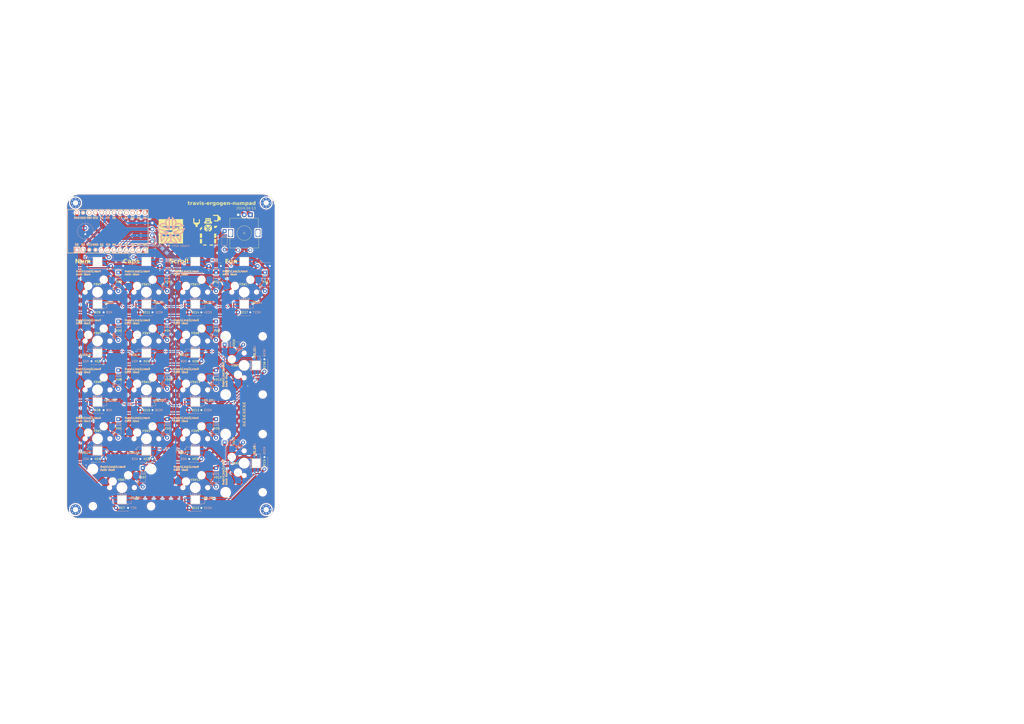
<source format=kicad_pcb>
(kicad_pcb (version 20240108) (generator "pcbnew") (generator_version "8.0")
  (title_block (title "travis_num2024") (rev "2024.04.10") (company "Travis Hardiman"))
  (layers (0 "F.Cu" signal) (31 "B.Cu" signal) (34 "B.Paste" user) (35 "F.Paste" user) (36 "B.SilkS" user "B.Silkscreen") (37 "F.SilkS" user "F.Silkscreen") (38 "B.Mask" user) (39 "F.Mask" user) (44 "Edge.Cuts" user))
  (net 0 "")
  (net 1 "D3")
  (net 2 "D2")
  (net 3 "GND")
  (net 4 "sda")
  (net 5 "scl")
  (net 6 "row0")
  (net 7 "row1")
  (net 8 "row2")
  (net 9 "row3")
  (net 10 "row4")
  (net 11 "LED")
  (net 12 "encC")
  (net 13 "encA")
  (net 14 "B3")
  (net 15 "B1")
  (net 16 "col3")
  (net 17 "col2")
  (net 18 "col1")
  (net 19 "col0")
  (net 20 "VCC")
  (net 21 "RST")
  (net 22 "RAW")
  (net 23 "LED_0")
  (net 24 "LED_1")
  (net 25 "LED_2")
  (net 26 "LED_3")
  (net 27 "LED_4")
  (net 28 "matrix_col0_row1")
  (net 29 "LED_15")
  (net 30 "LED_16")
  (net 31 "matrix_col0_row3")
  (net 32 "LED_8")
  (net 33 "LED_9")
  (net 34 "matrix_col1_row1")
  (net 35 "LED_17")
  (net 36 "matrix_col1_row3")
  (net 37 "LED_10")
  (net 38 "matrix_col2_row1")
  (net 39 "LED_18")
  (net 40 "matrix_col2_row3")
  (net 41 "LED_11")
  (net 42 "matrix_col0_row0")
  (net 43 "LED_20")
  (net 44 "matrix_col0_row2")
  (net 45 "LED_14")
  (net 46 "matrix_col0_row4")
  (net 47 "LED_7")
  (net 48 "matrix_col1_row2")
  (net 49 "LED_13")
  (net 50 "matrix_col1_row4")
  (net 51 "LED_6")
  (net 52 "matrix_col2_row0")
  (net 53 "LED_19")
  (net 54 "matrix_col2_row2")
  (net 55 "LED_12")
  (net 56 "matrix_col2_row4")
  (net 57 "LED_5")
  (net 58 "matrix_col3_row0")
  (net 59 "matrix_col3_row2")
  (net 60 "matrix_col3_row4")
  (net 61 "enc_to")
  (footprint "travis:MountingHole_2.2mm_M2_Pad_Via" (layer "F.Cu") (at 30.975 209.025)
    (property "Reference" "HOLE4" (hide yes))
    (property "Value" "")
  )
  (footprint "Arduino_Pro_Micro" (layer "F.Cu") (at 45.5 94.8675 90)
    (property "Reference" "MCU1" (hide yes))
    (property "Value" "Arduino Pro Micro" (hide yes))
  )
  (footprint "travis:MX" (layer "F.Cu") (at 80.1 139.85)
    (property "Reference" "KSW6")
    (property "Value" "Kailh MX Switch Sockets" (hide yes))
  )
  (footprint "travis:MX" (layer "F.Cu") (at 60.05 179.95)
    (property "Reference" "KSW3")
    (property "Value" "Kailh MX Switch Sockets" (hide yes))
  )
  (footprint "ScottoKeebs_Stabilizer:Stabilizer_MX_2.00u" (layer "F.Cu") (at 100.77 149.875 -90)
    (property "Reference" "STAB2u3" (hide yes))
    (property "Value" "Stabilizer_MX_2.00u" (hide yes))
  )
  (footprint "travis:MX" (layer "F.Cu") (at 100.15 149.875 90)
    (property "Reference" "KSW16")
    (property "Value" "Kailh MX Switch Sockets" (hide yes))
  )
  (footprint "travis:MountingHole_2.2mm_M2_Pad_Via" (layer "F.Cu") (at 109.175 83.225)
    (property "Reference" "HOLE2" (hide yes))
    (property "Value" "")
  )
  (footprint "travis:MX" (layer "F.Cu") (at 100.15 189.975 90)
    (property "Reference" "KSW15")
    (property "Value" "Kailh MX Switch Sockets" (hide yes))
  )
  (footprint "ScottoKeebs_Stabilizer:Stabilizer_MX_2.00u" (layer "F.Cu") (at 50.025 200.62 180)
    (property "Reference" "STAB2u1" (hide yes))
    (property "Value" "Stabilizer_MX_2.00u" (hide yes))
  )
  (footprint "travis:ec11" (layer "F.Cu") (at 100.15 95.725 -90)
    (property "Reference" "ROT1" (hide yes))
    (property "Value" "EC11" (hide yes))
  )
  (footprint "travis:MX" (layer "F.Cu") (at 60.05 159.9)
    (property "Reference" "KSW10")
    (property "Value" "Kailh MX Switch Sockets" (hide yes))
  )
  (footprint "travis:MountingHole_2.2mm_M2_Pad_Via" (layer "F.Cu") (at 109.175 209.025)
    (property "Reference" "HOLE3" (hide yes))
    (property "Value" "")
  )
  (footprint "ceoloide:ergogen_logo" (layer "F.Cu") (at 70.075 94.8675)
    (property "Reference" "LOGO1" (hide yes))
    (property "Value" "")
  )
  (footprint "travis:MX" (layer "F.Cu") (at 50.025 200)
    (property "Reference" "KSW7")
    (property "Value" "Kailh MX Switch Sockets" (hide yes))
  )
  (footprint "travis:MX" (layer "F.Cu") (at 100.15 119.8)
    (property "Reference" "KSW17")
    (property "Value" "Kailh MX Switch Sockets" (hide yes))
  )
  (footprint "travis:MX" (layer "F.Cu") (at 40 179.95)
    (property "Reference" "KSW1")
    (property "Value" "Kailh MX Switch Sockets" (hide yes))
  )
  (footprint "lib:OLED_headers" (layer "F.Cu") (at 64.05 101.25 180)
    (property "Reference" "OLED1" (hide yes))
    (property "Value" "OLED")
  )
  (footprint "travis:MX" (layer "F.Cu") (at 80.1 200)
    (property "Reference" "KSW12")
    (property "Value" "Kailh MX Switch Sockets" (hide yes))
  )
  (footprint "ScottoKeebs_Stabilizer:Stabilizer_MX_2.00u" (layer "F.Cu") (at 100.77 189.975 -90)
    (property "Reference" "STAB2u2" (hide yes))
    (property "Value" "Stabilizer_MX_2.00u" (hide yes))
  )
  (footprint "travis:MX" (layer "F.Cu") (at 60.05 139.85)
    (property "Reference" "KSW4")
    (property "Value" "Kailh MX Switch Sockets" (hide yes))
  )
  (footprint "travis:MX" (layer "F.Cu") (at 40 139.85)
    (property "Reference" "KSW2")
    (property "Value" "Kailh MX Switch Sockets" (hide yes))
  )
  (footprint "travis:MX" (layer "F.Cu") (at 40 159.9)
    (property "Reference" "KSW8")
    (property "Value" "Kailh MX Switch Sockets" (hide yes))
  )
  (footprint "travis:MountingHole_2.2mm_M2_Pad_Via" (layer "F.Cu") (at 30.975 83.225)
    (property "Reference" "HOLE1" (hide yes))
    (property "Value" "")
  )
  (footprint "travis:MX" (layer "F.Cu") (at 80.1 119.8)
    (property "Reference" "KSW14")
    (property "Value" "Kailh MX Switch Sockets" (hide yes))
  )
  (footprint "travis:MX" (layer "F.Cu") (at 60.05 119.8)
    (property "Reference" "KSW11")
    (property "Value" "Kailh MX Switch Sockets" (hide yes))
  )
  (footprint "travis:travis" (layer "F.Cu") (at 85.125 94.8675)
    (property "Reference" "LOGO2" (hide yes))
    (property "Value" "")
  )
  (footprint "travis:MX" (layer "F.Cu") (at 80.1 179.95)
    (property "Reference" "KSW5")
    (property "Value" "Kailh MX Switch Sockets" (hide yes))
  )
  (footprint "travis:MX" (layer "F.Cu") (at 80.1 159.9)
    (property "Reference" "KSW13")
    (property "Value" "Kailh MX Switch Sockets" (hide yes))
  )
  (footprint "travis:MX" (layer "F.Cu") (at 40 119.8)
    (property "Reference" "KSW9")
    (property "Value" "Kailh MX Switch Sockets" (hide yes))
  )
  (footprint "ScottoKeebs_Components:Diode_DO-35" (layer "B.Cu") (at 48.525 111.775 -90)
    (property "Reference" "KD9")
    (property "Value" "1N4148")
  )
  (footprint "travis:led_SK6812mini-e (per-key, single-side)" (layer "B.Cu") (at 100.15 107.25)
    (property "Reference" "LED4" (hide yes))
    (property "Value" "SK6812mini-e")
    (fp_line (start -1.8 -1.55) (end -1.8 1.55) (stroke (width 0.12)) (layer "Edge.Cuts"))
    (fp_line (start -1.8 1.55) (end 1.8 1.55) (stroke (width 0.12)) (layer "Edge.Cuts"))
    (fp_line (start 1.8 -1.55) (end -1.8 -1.55) (stroke (width 0.12)) (layer "Edge.Cuts"))
    (fp_line (start 1.8 1.55) (end 1.8 -1.55) (stroke (width 0.12)) (layer "Edge.Cuts"))
  )
  (footprint "ScottoKeebs_Components:Diode_DO-35" (layer "B.Cu") (at 92.125 141.35)
    (property "Reference" "KD16")
    (property "Value" "1N4148")
  )
  (footprint "Capacitor_THT:C_Disc_D4.7mm_W2.5mm_P5.00mm" (layer "B.Cu") (at 97.65 128.1)
    (property "Reference" "KC17")
    (property "Value" "104")
  )
  (footprint "Capacitor_THT:C_Disc_D4.7mm_W2.5mm_P5.00mm" (layer "B.Cu") (at 105.65 109.09)
    (property "Reference" "C5" (hide yes))
    (property "Value" "104")
  )
  (footprint "travis:led_SK6812mini-e" (layer "B.Cu") (at 80.1 204.96 180)
    (property "Reference" "KLED12")
    (property "Value" "SK6812mini-e")
    (fp_line (start 1.8 1.55) (end 1.8 -1.55) (stroke (width 0.12)) (layer "Edge.Cuts"))
    (fp_line (start 1.8 -1.55) (end -1.8 -1.55) (stroke (width 0.12)) (layer "Edge.Cuts"))
    (fp_line (start -1.8 1.55) (end 1.8 1.55) (stroke (width 0.12)) (layer "Edge.Cuts"))
    (fp_line (start -1.8 -1.55) (end -1.8 1.55) (stroke (width 0.12)) (layer "Edge.Cuts"))
  )
  (footprint "travis:led_SK6812mini-e" (layer "B.Cu") (at 40 124.76 180)
    (property "Reference" "KLED9")
    (property "Value" "SK6812mini-e")
    (fp_line (start 1.8 1.55) (end 1.8 -1.55) (stroke (width 0.12)) (layer "Edge.Cuts"))
    (fp_line (start 1.8 -1.55) (end -1.8 -1.55) (stroke (width 0.12)) (layer "Edge.Cuts"))
    (fp_line (start -1.8 1.55) (end 1.8 1.55) (stroke (width 0.12)) (layer "Edge.Cuts"))
    (fp_line (start -1.8 -1.55) (end -1.8 1.55) (stroke (width 0.12)) (layer "Edge.Cuts"))
  )
  (footprint "travis:led_SK6812mini-e" (layer "B.Cu") (at 50.025 204.96 180)
    (property "Reference" "KLED7")
    (property "Value" "SK6812mini-e")
    (fp_line (start 1.8 1.55) (end 1.8 -1.55) (stroke (width 0.12)) (layer "Edge.Cuts"))
    (fp_line (start 1.8 -1.55) (end -1.8 -1.55) (stroke (width 0.12)) (layer "Edge.Cuts"))
    (fp_line (start -1.8 1.55) (end 1.8 1.55) (stroke (width 0.12)) (layer "Edge.Cuts"))
    (fp_line (start -1.8 -1.55) (end -1.8 1.55) (stroke (width 0.12)) (layer "Edge.Cuts"))
  )
  (footprint "Capacitor_THT:C_Disc_D4.7mm_W2.5mm_P5.00mm" (layer "B.Cu") (at 62.55 188.25 180)
    (property "Reference" "KC3")
    (property "Value" "104")
  )
  (footprint "travis:led_SK6812mini-e" (layer "B.Cu") (at 60.05 164.86 180)
    (property "Reference" "KLED10")
    (property "Value" "SK6812mini-e")
    (fp_line (start 1.8 1.55) (end 1.8 -1.55) (stroke (width 0.12)) (layer "Edge.Cuts"))
    (fp_line (start 1.8 -1.55) (end -1.8 -1.55) (stroke (width 0.12)) (layer "Edge.Cuts"))
    (fp_line (start -1.8 1.55) (end 1.8 1.55) (stroke (width 0.12)) (layer "Edge.Cuts"))
    (fp_line (start -1.8 -1.55) (end -1.8 1.55) (stroke (width 0.12)) (layer "Edge.Cuts"))
  )
  (footprint "travis:led_SK6812mini-e" (layer "B.Cu") (at 60.05 144.81)
    (property "Reference" "KLED4")
    (property "Value" "SK6812mini-e")
    (fp_line (start -1.8 -1.55) (end -1.8 1.55) (stroke (width 0.12)) (layer "Edge.Cuts"))
    (fp_line (start -1.8 1.55) (end 1.8 1.55) (stroke (width 0.12)) (layer "Edge.Cuts"))
    (fp_line (start 1.8 -1.55) (end -1.8 -1.55) (stroke (width 0.12)) (layer "Edge.Cuts"))
    (fp_line (start 1.8 1.55) (end 1.8 -1.55) (stroke (width 0.12)) (layer "Edge.Cuts"))
  )
  (footprint "ScottoKeebs_Components:Diode_DO-35" (layer "B.Cu") (at 88.625 151.875 -90)
    (property "Reference" "KD13")
    (property "Value" "1N4148")
  )
  (footprint "travis:led_SK6812mini-e" (layer "B.Cu") (at 40 164.86 180)
    (property "Reference" "KLED8")
    (property "Value" "SK6812mini-e")
    (fp_line (start 1.8 1.55) (end 1.8 -1.55) (stroke (width 0.12)) (layer "Edge.Cuts"))
    (fp_line (start 1.8 -1.55) (end -1.8 -1.55) (stroke (width 0.12)) (layer "Edge.Cuts"))
    (fp_line (start -1.8 1.55) (end 1.8 1.55) (stroke (width 0.12)) (layer "Edge.Cuts"))
    (fp_line (start -1.8 -1.55) (end -1.8 1.55) (stroke (width 0.12)) (layer "Edge.Cuts"))
  )
  (footprint "Capacitor_THT:C_Disc_D4.7mm_W2.5mm_P5.00mm" (layer "B.Cu") (at 65.55 109.09)
    (property "Reference" "C3" (hide yes))
    (property "Value" "104")
  )
  (footprint "travis:led_SK6812mini-e (per-key, single-side)" (layer "B.Cu") (at 60.05 107.25)
    (property "Reference" "LED2" (hide yes))
    (property "Value" "SK6812mini-e")
    (fp_line (start -1.8 -1.55) (end -1.8 1.55) (stroke (width 0.12)) (layer "Edge.Cuts"))
    (fp_line (start -1.8 1.55) (end 1.8 1.55) (stroke (width 0.12)) (layer "Edge.Cuts"))
    (fp_line (start 1.8 -1.55) (end -1.8 -1.55) (stroke (width 0.12)) (layer "Edge.Cuts"))
    (fp_line (start 1.8 1.55) (end 1.8 -1.55) (stroke (width 0.12)) (layer "Edge.Cuts"))
  )
  (footprint "ScottoKeebs_Components:Diode_DO-35" (layer "B.Cu") (at 68.575 151.875 -90)
    (property "Reference" "KD10")
    (property "Value" "1N4148")
  )
  (footprint "travis:led_SK6812mini-e" (layer "B.Cu") (at 105.11 189.975 -90)
    (property "Reference" "KLED15")
    (property "Value" "SK6812mini-e")
    (fp_line (start -1.8 1.55) (end 1.8 1.55) (stroke (width 0.12)) (layer "Edge.Cuts"))
    (fp_line (start 1.8 1.55) (end 1.8 -1.55) (stroke (width 0.12)) (layer "Edge.Cuts"))
    (fp_line (start -1.8 -1.55) (end -1.8 1.55) (stroke (width 0.12)) (layer "Edge.Cuts"))
    (fp_line (start 1.8 -1.55) (end -1.8 -1.55) (stroke (width 0.12)) (layer "Edge.Cuts"))
  )
  (footprint "ScottoKeebs_Components:Diode_DO-35" (layer "B.Cu") (at 92.125 94.75 -90)
    (property "Reference" "D1" (hide yes))
    (property "Value" "1N4148")
  )
  (footprint "Capacitor_THT:C_Disc_D4.7mm_W2.5mm_P5.00mm" (layer "B.Cu") (at 42.5 148.15 180)
    (property "Reference" "KC2")
    (property "Value" "104")
  )
  (footprint "Capacitor_THT:C_Disc_D4.7mm_W2.5mm_P5.00mm" (layer "B.Cu") (at 77.6 128.1)
    (property "Reference" "KC14")
    (property "Value" "104")
  )
  (footprint "ScottoKeebs_Components:Diode_DO-35" (layer "B.Cu") (at 108.675 111.775 -90)
    (property "Reference" "KD17")
    (property "Value" "1N4148")
  )
  (footprint "Capacitor_THT:C_Disc_D4.7mm_W2.5mm_P5.00mm" (layer "B.Cu") (at 42.5 188.25 180)
    (property "Reference" "KC1")
    (property "Value" "104")
  )
  (footprint "ScottoKeebs_Components:Diode_DO-35" (layer "B.Cu") (at 48.525 171.925 -90)
    (property "Reference" "KD1")
    (property "Value" "1N4148")
  )
  (footprint "travis:led_SK6812mini-e" (layer "B.Cu") (at 100.15 124.76 180)
    (property "Reference" "KLED17")
    (property "Value" "SK6812mini-e")
    (fp_line (start 1.8 1.55) (end 1.8 -1.55) (stroke (width 0.12)) (layer "Edge.Cuts"))
    (fp_line (start 1.8 -1.55) (end -1.8 -1.55) (stroke (width 0.12)) (layer "Edge.Cuts"))
    (fp_line (start -1.8 1.55) (end 1.8 1.55) (stroke (width 0.12)) (layer "Edge.Cuts"))
    (fp_line (start -1.8 -1.55) (end -1.8 1.55) (stroke (width 0.12)) (layer "Edge.Cuts"))
  )
  (footprint "Resistor_THT:R_Axial_DIN0207_L6.3mm_D2.5mm_P10.16mm_Horizontal" (layer "B.Cu") (at 54.7875 105.5 180)
    (property "Reference" "R1" (hide yes))
    (property "Value" "470R" (hide yes))
  )
  (footprint "travis:travis" (layer "B.Cu") (at 70.075 94.8675)
    (property "Reference" "ROC1" (hide yes))
    (property "Value" "")
  )
  (footprint "Capacitor_THT:C_Disc_D4.7mm_W2.5mm_P5.00mm" (layer "B.Cu") (at 57.55 128.1)
    (property "Reference" "KC11")
    (property "Value" "104")
  )
  (footprint "ScottoKeebs_Components:Diode_DO-35" (layer "B.Cu") (at 58.55 191.975 -90)
    (property "Reference" "KD7")
    (property "Value" "1N4148")
  )
  (footprint "travis:led_SK6812mini-e" (layer "B.Cu") (at 60.05 184.91)
    (property "Reference" "KLED3")
    (property "Value" "SK6812mini-e")
    (fp_line (start -1.8 -1.55) (end -1.8 1.55) (stroke (width 0.12)) (layer "Edge.Cuts"))
    (fp_line (start -1.8 1.55) (end 1.8 1.55) (stroke (width 0.12)) (layer "Edge.Cuts"))
    (fp_line (start 1.8 -1.55) (end -1.8 -1.55) (stroke (width 0.12)) (layer "Edge.Cuts"))
    (fp_line (start 1.8 1.55) (end 1.8 -1.55) (stroke (width 0.12)) (layer "Edge.Cuts"))
  )
  (footprint "travis:led_SK6812mini-e (per-key, single-side)" (layer "B.Cu") (at 80.1 107.25)
    (property "Reference" "LED3" (hide yes))
    (property "Value" "SK6812mini-e")
    (fp_line (start -1.8 -1.55) (end -1.8 1.55) (stroke (width 0.12)) (layer "Edge.Cuts"))
    (fp_line (start -1.8 1.55) (end 1.8 1.55) (stroke (width 0.12)) (layer "Edge.Cuts"))
    (fp_line (start 1.8 -1.55) (end -1.8 -1.55) (stroke (width 0.12)) (layer "Edge.Cuts"))
    (fp_line (start 1.8 1.55) (end 1.8 -1.55) (stroke (width 0.12)) (layer "Edge.Cuts"))
  )
  (footprint "travis:led_SK6812mini-e" (layer "B.Cu") (at 105.11 149.875 -90)
    (property "Reference" "KLED16")
    (property "Value" "SK6812mini-e")
    (fp_line (start -1.8 1.55) (end 1.8 1.55) (stroke (width 0.12)) (layer "Edge.Cuts"))
    (fp_line (start 1.8 1.55) (end 1.8 -1.55) (stroke (width 0.12)) (layer "Edge.Cuts"))
    (fp_line (start -1.8 -1.55) (end -1.8 1.55) (stroke (width 0.12)) (layer "Edge.Cuts"))
    (fp_line (start 1.8 -1.55) (end -1.8 -1.55) (stroke (width 0.12)) (layer "Edge.Cuts"))
  )
  (footprint "Capacitor_THT:C_Disc_D4.7mm_W2.5mm_P5.00mm" (layer "B.Cu") (at 108.45 192.475 90)
    (property "Reference" "KC15")
    (property "Value" "104")
  )
  (footprint "ScottoKeebs_Components:Diode_DO-35" (layer "B.Cu") (at 88.625 131.825 -90)
    (property "Reference" "KD6")
    (property "Value" "1N4148")
  )
  (footprint "travis:led_SK6812mini-e" (layer "B.Cu") (at 40 184.91)
    (property "Reference" "KLED1")
    (property "Value" "SK6812mini-e")
    (fp_line (start -1.8 -1.55) (end -1.8 1.55) (stroke (width 0.12)) (layer "Edge.Cuts"))
    (fp_line (start -1.8 1.55) (end 1.8 1.55) (stroke (width 0.12)) (layer "Edge.Cuts"))
    (fp_line (start 1.8 -1.55) (end -1.8 -1.55) (stroke (width 0.12)) (layer "Edge.Cuts"))
    (fp_line (start 1.8 1.55) (end 1.8 -1.55) (stroke (width 0.12)) (layer "Edge.Cuts"))
  )
  (footprint "ScottoKeebs_Components:Diode_DO-35" (layer "B.Cu") (at 88.625 191.975 -90)
    (property "Reference" "KD12")
    (property "Value" "1N4148")
  )
  (footprint "ScottoKeebs_Components:Diode_DO-35" (layer "B.Cu") (at 48.525 131.825 -90)
    (property "Reference" "KD2")
    (property "Value" "1N4148")
  )
  (footprint "Capacitor_THT:C_Disc_D4.7mm_W2.5mm_P5.00mm" (layer "B.Cu") (at 57.55 168.2)
    (property "Reference" "KC10")
    (property "Value" "104")
  )
  (footprint "Capacitor_THT:C_Disc_D4.7mm_W2.5mm_P5.00mm" (layer "B.Cu") (at 82.6 148.15 180)
    (property "Reference" "KC6")
    (property "Value" "104")
  )
  (footprint "Capacitor_THT:C_Disc_D4.7mm_W2.5mm_P5.00mm" (layer "B.Cu") (at 45.5 109.09)
    (property "Reference" "C2" (hide yes))
    (property "Value" "104")
  )
  (footprint "Capacitor_THT:C_Disc_D4.7mm_W2.5mm_P5.00mm" (layer "B.Cu") (at 37.5 168.2)
    (property "Reference" "KC8")
    (property "Value" "104")
  )
  (footprint "ScottoKeebs_Components:Diode_DO-35" (layer "B.Cu") (at 88.625 111.775 -90)
    (property "Reference" "KD14")
    (property "Value" "1N4148")
  )
  (footprint "Capacitor_THT:C_Disc_D4.7mm_W2.5mm_P5.00mm" (layer "B.Cu") (at 47.525 208.3)
    (property "Reference" "KC7")
    (property "Value" "104")
  )
  (footprint "Capacitor_THT:C_Disc_D4.7mm_W2.5mm_P5.00mm" (layer "B.Cu") (at 85.6 109.09)
    (property "Reference" "C4" (hide yes))
    (property "Value" "104")
  )
  (footprint "ScottoKeebs_Components:Diode_DO-35" (layer "B.Cu") (at 92.125 181.45)
    (property "Reference" "KD15")
    (property "Value" "1N4148")
  )
  (footprint "travis:led_SK6812mini-e" (layer "B.Cu") (at 80.1 124.76 180)
    (property "Reference" "KLED14")
    (property "Value" "SK6812mini-e")
    (fp_line (start 1.8 1.55) (end 1.8 -1.55) (stroke (width 0.12)) (layer "Edge.Cuts"))
    (fp_line (start 1.8 -1.55) (end -1.8 -1.55) (stroke (width 0.12)) (layer "Edge.Cuts"))
    (fp_line (start -1.8 1.55) (end 1.8 1.55) (stroke (width 0.12)) (layer "Edge.Cuts"))
    (fp_line (start -1.8 -1.55) (end -1.8 1.55) (stroke (width 0.12)) (layer "Edge.Cuts"))
  )
  (footprint "Capacitor_THT:C_Disc_D4.7mm_W2.5mm_P5.00mm" (layer "B.Cu") (at 82.6 188.25 180)
    (property "Reference" "KC5")
    (property "Value" "104")
  )
  (footprint "Capacitor_THT:C_Radial_D6.3mm_H11.0mm_P2.50mm" (layer "B.Cu") (at 35 93.5425 -90)
    (property "Reference" "C1" (hide yes))
    (property "Value" "6.3V 1000uF" (hide yes))
  )
  (footprint "Capacitor_THT:C_Disc_D4.7mm_W2.5mm_P5.00mm" (layer "B.Cu") (at 77.6 208.3)
    (property "Reference" "KC12")
    (property "Value" "104")
  )
  (footprint "Capacitor_THT:C_Disc_D4.7mm_W2.5mm_P5.00mm" (layer "B.Cu") (at 37.5 128.1)
    (property "Reference" "KC9")
    (property "Value" "104")
  )
  (footprint "ScottoKeebs_Components:Diode_DO-35" (layer "B.Cu") (at 48.525 151.875 -90)
    (property "Reference" "KD8")
    (property "Value" "1N4148")
  )
  (footprint "travis:led_SK6812mini-e" (layer "B.Cu") (at 80.1 144.81)
    (property "Reference" "KLED6")
    (property "Value" "SK6812mini-e")
    (fp_line (start -1.8 -1.55) (end -1.8 1.55) (stroke (width 0.12)) (layer "Edge.Cuts"))
    (fp_line (start -1.8 1.55) (end 1.8 1.55) (stroke (width 0.12)) (layer "Edge.Cuts"))
    (fp_line (start 1.8 -1.55) (end -1.8 -1.55) (stroke (width 0.12)) (layer "Edge.Cuts"))
    (fp_line (start 1.8 1.55) (end 1.8 -1.55) (stroke (width 0.12)) (layer "Edge.Cuts"))
  )
  (footprint "Capacitor_THT:C_Disc_D4.7mm_W2.5mm_P5.00mm" (layer "B.Cu") (at 77.6 168.2)
    (property "Reference" "KC13")
    (property "Value" "104")
  )
  (footprint "travis:led_SK6812mini-e" (layer "B.Cu") (at 80.1 164.86 180)
    (property "Reference" "KLED13")
    (property "Value" "SK6812mini-e")
    (fp_line (start 1.8 1.55) (end 1.8 -1.55) (stroke (width 0.12)) (layer "Edge.Cuts"))
    (fp_line (start 1.8 -1.55) (end -1.8 -1.55) (stroke (width 0.12)) (layer "Edge.Cuts"))
    (fp_line (start -1.8 1.55) (end 1.8 1.55) (stroke (width 0.12)) (layer "Edge.Cuts"))
    (fp_line (start -1.8 -1.55) (end -1.8 1.55) (stroke (width 0.12)) (layer "Edge.Cuts"))
  )
  (footprint "travis:led_SK6812mini-e (per-key, single-side)" (layer "B.Cu") (at 40 107.25)
    (property "Reference" "LED1" (hide yes))
    (property "Value" "SK6812mini-e")
    (fp_line (start -1.8 -1.55) (end -1.8 1.55) (stroke (width 0.12)) (layer "Edge.Cuts"))
    (fp_line (start -1.8 1.55) (end 1.8 1.55) (stroke (width 0.12)) (layer "Edge.Cuts"))
    (fp_line (start 1.8 -1.55) (end -1.8 -1.55) (stroke (width 0.12)) (layer "Edge.Cuts"))
    (fp_line (start 1.8 1.55) (end 1.8 -1.55) (stroke (width 0.12)) (layer "Edge.Cuts"))
  )
  (footprint "ScottoKeebs_Components:Diode_DO-35" (layer "B.Cu") (at 68.575 111.775 -90)
    (property "Reference" "KD11")
    (property "Value" "1N4148")
  )
  (footprint "travis:led_SK6812mini-e" (layer "B.Cu") (at 40 144.81)
    (property "Reference" "KLED2")
    (property "Value" "SK6812mini-e")
    (fp_line (start -1.8 -1.55) (end -1.8 1.55) (stroke (width 0.12)) (layer "Edge.Cuts"))
    (fp_line (start -1.8 1.55) (end 1.8 1.55) (stroke (width 0.12)) (layer "Edge.Cuts"))
    (fp_line (start 1.8 -1.55) (end -1.8 -1.55) (stroke (width 0.12)) (layer "Edge.Cuts"))
    (fp_line (start 1.8 1.55) (end 1.8 -1.55) (stroke (width 0.12)) (layer "Edge.Cuts"))
  )
  (footprint "travis:led_SK6812mini-e" (layer "B.Cu") (at 60.05 124.76 180)
    (property "Reference" "KLED11")
    (property "Value" "SK6812mini-e")
    (fp_line (start 1.8 1.55) (end 1.8 -1.55) (stroke (width 0.12)) (layer "Edge.Cuts"))
    (fp_line (start 1.8 -1.55) (end -1.8 -1.55) (stroke (width 0.12)) (layer "Edge.Cuts"))
    (fp_line (start -1.8 1.55) (end 1.8 1.55) (stroke (width 0.12)) (layer "Edge.Cuts"))
    (fp_line (start -1.8 -1.55) (end -1.8 1.55) (stroke (width 0.12)) (layer "Edge.Cuts"))
  )
  (footprint "travis:led_SK6812mini-e" (layer "B.Cu") (at 80.1 184.91)
    (property "Reference" "KLED5")
    (property "Value" "SK6812mini-e")
    (fp_line (start -1.8 -1.55) (end -1.8 1.55) (stroke (width 0.12)) (layer "Edge.Cuts"))
    (fp_line (start -1.8 1.55) (end 1.8 1.55) (stroke (width 0.12)) (layer "Edge.Cuts"))
    (fp_line (start 1.8 -1.55) (end -1.8 -1.55) (stroke (width 0.12)) (layer "Edge.Cuts"))
    (fp_line (start 1.8 1.55) (end 1.8 -1.55) (stroke (width 0.12)) (layer "Edge.Cuts"))
  )
  (footprint "ScottoKeebs_Components:Diode_DO-35" (layer "B.Cu") (at 88.625 171.925 -90)
    (property "Reference" "KD5")
    (property "Value" "1N4148")
  )
  (footprint "Capacitor_THT:C_Disc_D4.7mm_W2.5mm_P5.00mm" (layer "B.Cu") (at 62.55 148.15 180)
    (property "Reference" "KC4")
    (property "Value" "104")
  )
  (footprint "Capacitor_THT:C_Disc_D4.7mm_W2.5mm_P5.00mm" (layer "B.Cu") (at 108.45 152.375 90)
    (property "Reference" "KC16")
    (property "Value" "104")
  )
  (footprint "ScottoKeebs_Components:Diode_DO-35" (layer "B.Cu") (at 68.575 131.825 -90)
    (property "Reference" "KD4")
    (property "Value" "1N4148")
  )
  (footprint "ScottoKeebs_Components:Diode_DO-35" (layer "B.Cu") (at 68.575 171.925 -90)
    (property "Reference" "KD3")
    (property "Value" "1N4148")
  )
  (gr_line (start 27.475 207.525) (end 27.475 84.75) (stroke (width 0.15)) (layer "Edge.Cuts"))
  (gr_arc (start 112.675 207.525) (mid 111.210534 211.060534) (end 107.675 212.525) (stroke (width 0.15)) (layer "Edge.Cuts"))
  (gr_line (start 112.675 84.75) (end 112.675 207.525) (stroke (width 0.15)) (layer "Edge.Cuts"))
  (gr_arc (start 107.675 79.75) (mid 111.210534 81.214466) (end 112.675 84.75) (stroke (width 0.15)) (layer "Edge.Cuts"))
  (gr_arc (start 27.475 84.75) (mid 28.939466 81.214466) (end 32.475 79.75) (stroke (width 0.15)) (layer "Edge.Cuts"))
  (gr_line (start 107.675 212.525) (end 32.475 212.525) (stroke (width 0.15)) (layer "Edge.Cuts"))
  (gr_arc (start 32.475 212.525) (mid 28.939466 211.060534) (end 27.475 207.525) (stroke (width 0.15)) (layer "Edge.Cuts"))
  (gr_line (start 32.475 79.75) (end 107.675 79.75) (stroke (width 0.15)) (layer "Edge.Cuts"))
  (gr_text "matrix_col2_row1\ncol2 row1" (at 71.075 170.925 0) (layer "B.SilkS") (effects (font (size 0.8 0.8)) (justify right top mirror)))
  (gr_text "matrix_col3_row4\ncol3 row4" (at 91.125 110.775 0) (layer "B.SilkS") (effects (font (size 0.8 0.8)) (justify right top mirror)))
  (gr_text "LED_20" (at 53.725 204.26 0) (layer "B.SilkS") (effects (font (size 0.8 0.8)) (justify right mirror)))
  (gr_text "matrix_col1_row2\ncol1 row2" (at 51.025 150.875 0) (layer "B.SilkS") (effects (font (size 0.8 0.8)) (justify right top mirror)))
  (gr_text "LED_4" (at 103.85 124.06 0) (layer "B.SilkS") (effects (font (size 0.8 0.8)) (justify right mirror)))
  (gr_text "LED_8" (at 36.3 145.51 0) (layer "B.SilkS") (effects (font (size 0.8 0.8)) (justify left mirror)))
  (gr_text "LED_13" (at 63.75 164.16 0) (layer "B.SilkS") (effects (font (size 0.8 0.8)) (justify right mirror)))
  (gr_text "LED_3" (at 96.35 107.95 0) (layer "B.SilkS") (effects (font (size 0.8 0.8)) (justify left mirror)))
  (gr_text "matrix_col1_row1\ncol1 row1" (at 51.025 170.925 0) (layer "B.SilkS") (effects (font (size 0.8 0.8)) (justify right top mirror)))
  (gr_text "matrix_col0_row3\ncol0 row3" (at 30.975 130.825 0) (layer "B.SilkS") (effects (font (size 0.8 0.8)) (justify right top mirror)))
  (gr_text "LED_0" (at 36.2 107.95 0) (layer "B.SilkS") (effects (font (size 0.8 0.8)) (justify left mirror)))
  (gr_text "matrix_col1_row4\ncol1 row4" (at 51.025 110.775 0) (layer "B.SilkS") (effects (font (size 0.8 0.8)) (justify right top mirror)))
  (gr_text "LED_17" (at 76.4 185.61 0) (layer "B.SilkS") (effects (font (size 0.8 0.8)) (justify left mirror)))
  (gr_text "matrix_col0_row4\ncol0 row4" (at 30.975 110.775 0) (layer "B.SilkS") (effects (font (size 0.8 0.8)) (justify right top mirror)))
  (gr_text "matrix_col2_row4\ncol2 row4" (at 71.075 110.775 0) (layer "B.SilkS") (effects (font (size 0.8 0.8)) (justify right top mirror)))
  (gr_text "matrix_col1_row3\ncol1 row3" (at 51.025 130.825 0) (layer "B.SilkS") (effects (font (size 0.8 0.8)) (justify right top mirror)))
  (gr_text "LED_19" (at 83.8 204.26 0) (layer "B.SilkS") (effects (font (size 0.8 0.8)) (justify right mirror)))
  (gr_text "LED_1" (at 56.25 107.95 0) (layer "B.SilkS") (effects (font (size 0.8 0.8)) (justify left mirror)))
  (gr_text "LED_11" (at 104.41 146.175 90) (layer "B.SilkS") (effects (font (size 0.8 0.8)) (justify right mirror)))
  (gr_text "LED_5" (at 83.8 124.06 0) (layer "B.SilkS") (effects (font (size 0.8 0.8)) (justify right mirror)))
  (gr_text "matrix_col3_row0\ncol3 row0" (at 91.125 199 90) (layer "B.SilkS") (effects (font (size 0.8 0.8)) (justify right top mirror)))
  (gr_text "LED_16" (at 56.35 185.61 0) (layer "B.SilkS") (effects (font (size 0.8 0.8)) (justify left mirror)))
  (gr_text "made with ♥ in #ROC" (at 70.075 100.8675 0) (layer "B.SilkS") (effects (font (size 1 1)) (justify mirror)))
  (gr_text "matrix_col0_row1\ncol0 row1" (at 30.975 170.925 0) (layer "B.SilkS") (effects (font (size 0.8 0.8)) (justify right top mirror)))
  (gr_text "matrix_col0_row0\ncol0 row0" (at 41 190.975 0) (layer "B.SilkS") (effects (font (size 0.8 0.8)) (justify right top mirror)))
  (gr_text "LED_6" (at 63.75 124.06 0) (layer "B.SilkS") (effects (font (size 0.8 0.8)) (justify right mirror)))
  (gr_text "matrix_col0_row2\ncol0 row2" (at 30.975 150.875 0) (layer "B.SilkS") (effects (font (size 0.8 0.8)) (justify right top mirror)))
  (gr_text "matrix_col2_row3\ncol2 row3" (at 71.075 130.825 0) (layer "B.SilkS") (effects (font (size 0.8 0.8)) (justify right top mirror)))
  (gr_text "LED_12" (at 83.8 164.16 0) (layer "B.SilkS") (effects (font (size 0.8 0.8)) (justify right mirror)))
  (gr_text "LED_15" (at 36.3 185.61 0) (layer "B.SilkS") (effects (font (size 0.8 0.8)) (justify left mirror)))
  (gr_text "LED_10" (at 76.4 145.51 0) (layer "B.SilkS") (effects (font (size 0.8 0.8)) (justify left mirror)))
  (gr_text "matrix_col2_row2\ncol2 row2" (at 71.075 150.875 0) (layer "B.SilkS") (effects (font (size 0.8 0.8)) (justify right top mirror)))
  (gr_text "LED_14" (at 43.7 164.16 0) (layer "B.SilkS") (effects (font (size 0.8 0.8)) (justify right mirror)))
  (gr_text "LED_2" (at 76.3 107.95 0) (layer "B.SilkS") (effects (font (size 0.8 0.8)) (justify left mirror)))
  (gr_text "JLCJLCJLCJLC" (at 100.15 169.925 90) (layer "B.SilkS") (effects (font (size 1 1)) (justify mirror)))
  (gr_text "matrix_col3_row2\ncol3 row2" (at 91.125 158.9 90) (layer "B.SilkS") (effects (font (size 0.8 0.8)) (justify right top mirror)))
  (gr_text "matrix_col2_row0\ncol2 row0" (at 71.075 190.975 0) (layer "B.SilkS") (effects (font (size 0.8 0.8)) (justify right top mirror)))
  (gr_text "LED_9" (at 56.35 145.51 0) (layer "B.SilkS") (effects (font (size 0.8 0.8)) (justify left mirror)))
  (gr_text "LED_18" (at 104.41 186.275 90) (layer "B.SilkS") (effects (font (size 0.8 0.8)) (justify right mirror)))
  (gr_text "LED_7" (at 43.7 124.06 0) (layer "B.SilkS") (effects (font (size 0.8 0.8)) (justify right mirror)))
  (gr_text "2024.04.13" (at 104.9125 85.4375 0) (layer "F.SilkS") (effects (font (size 1 1)) (justify right)))
  (gr_text "KC13" (at 80.1 168.2 0) (layer "F.SilkS") (effects (font (size 0.8 0.8))))
  (gr_text "LED_4" (at 102.85 124.06 0) (layer "F.SilkS") (effects (font (size 0.8 0.8)) (justify left)))
  (gr_text "KD15" (at 95.935 182.45 90) (layer "F.SilkS") (effects (font (size 0.8 0.8)) (justify left)))
  (gr_text "matrix_col0_row3\ncol0 row3" (at 30.975 130.825 0) (layer "F.SilkS") (effects (font (size 0.8 0.8)) (justify left top)))
  (gr_text "LED_7" (at 42.7 124.06 0) (layer "F.SilkS") (effects (font (size 0.8 0.8)) (justify left)))
  (gr_text "Scroll" (at 77.35 107.25 0) (layer "F.SilkS") (effects (font (size 1.8 1.8) (thickness 0.15) (bold yes)) (justify right)))
  (gr_text "matrix_col1_row3\ncol1 row3" (at 51.025 130.825 0) (layer "F.SilkS") (effects (font (size 0.8 0.8)) (justify left top)))
  (gr_text "KD13" (at 87.625 155.685 0) (layer "F.SilkS") (effects (font (size 0.8 0.8)) (justify left)))
  (gr_text "travis-ergogen-numpad" (at 104.9125 83.4375 0) (layer "F.SilkS") (effects (font (size 1.5 1.5) (thickness 0.15) (bold yes)) (justify right)))
  (gr_text "Num" (at 37.25 107.25 0) (layer "F.SilkS") (effects (font (size 1.8 1.8) (thickness 0.15) (bold yes)) (justify right)))
  (gr_text "KD14" (at 87.625 115.585 0) (layer "F.SilkS") (effects (font (size 0.8 0.8)) (justify left)))
  (gr_text "KC5" (at 80.1 188.25 0) (layer "F.SilkS") (effects (font (size 0.8 0.8))))
  (gr_text "KD6" (at 87.625 135.635 0) (layer "F.SilkS") (effects (font (size 0.8 0.8)) (justify left)))
  (gr_text "matrix_col0_row0\ncol0 row0" (at 41 190.975 0) (layer "F.SilkS") (effects (font (size 0.8 0.8)) (justify left top)))
  (gr_text "KD8" (at 47.525 155.685 0) (layer "F.SilkS") (effects (font (size 0.8 0.8)) (justify left)))
  (gr_text "matrix_col1_row2\ncol1 row2" (at 51.025 150.875 0) (layer "F.SilkS") (effects (font (size 0.8 0.8)) (justify left top)))
  (gr_text "matrix_col2_row2\ncol2 row2" (at 71.075 150.875 0) (layer "F.SilkS") (effects (font (size 0.8 0.8)) (justify left top)))
  (gr_text "matrix_col3_row4\ncol3 row4" (at 91.125 110.775 0) (layer "F.SilkS") (effects (font (size 0.8 0.8)) (justify left top)))
  (gr_text "LED_18" (at 104.41 187.275 90) (layer "F.SilkS") (effects (font (size 0.8 0.8)) (justify left)))
  (gr_text "KC12" (at 80.1 208.3 0) (layer "F.SilkS") (effects (font (size 0.8 0.8))))
  (gr_text "LED_5" (at 82.8 124.06 0) (layer "F.SilkS") (effects (font (size 0.8 0.8)) (justify left)))
  (gr_text "KC3" (at 60.05 188.25 0) (layer "F.SilkS") (effects (font (size 0.8 0.8))))
  (gr_text "matrix_col3_row2\ncol3 row2" (at 91.125 158.9 90) (layer "F.SilkS") (effects (font (size 0.8 0.8)) (justify left top)))
  (gr_text "LED_16" (at 57.35 185.61 0) (layer "F.SilkS") (effects (font (size 0.8 0.8)) (justify right)))
  (gr_text "KC2" (at 40 148.15 0) (layer "F.SilkS") (effects (font (size 0.8 0.8))))
  (gr_text "KC6" (at 80.1 148.15 0) (layer "F.SilkS") (effects (font (size 0.8 0.8))))
  (gr_text "KD7" (at 57.55 195.785 0) (layer "F.SilkS") (effects (font (size 0.8 0.8)) (justify left)))
  (gr_text "KD5" (at 87.625 175.735 0) (layer "F.SilkS") (effects (font (size 0.8 0.8)) (justify left)))
  (gr_text "KC4" (at 60.05 148.15 0) (layer "F.SilkS") (effects (font (size 0.8 0.8))))
  (gr_text "Fun" (at 97.4 107.25 0) (layer "F.SilkS") (effects (font (size 1.8 1.8) (thickness 0.15) (bold yes)) (justify right)))
  (gr_text "LED_11" (at 104.41 147.175 90) (layer "F.SilkS") (effects (font (size 0.8 0.8)) (justify left)))
  (gr_text "matrix_col0_row2\ncol0 row2" (at 30.975 150.875 0) (layer "F.SilkS") (effects (font (size 0.8 0.8)) (justify left top)))
  (gr_text "KD12" (at 87.625 195.785 0) (layer "F.SilkS") (effects (font (size 0.8 0.8)) (justify left)))
  (gr_text "LED_14" (at 42.7 164.16 0) (layer "F.SilkS") (effects (font (size 0.8 0.8)) (justify left)))
  (gr_text "KD17" (at 107.675 115.585 0) (layer "F.SilkS") (effects (font (size 0.8 0.8)) (justify left)))
  (gr_text "KD16" (at 95.935 142.35 90) (layer "F.SilkS") (effects (font (size 0.8 0.8)) (justify left)))
  (gr_text "KC8" (at 40 168.2 0) (layer "F.SilkS") (effects (font (size 0.8 0.8))))
  (gr_text "LED_10" (at 77.4 145.51 0) (layer "F.SilkS") (effects (font (size 0.8 0.8)) (justify right)))
  (gr_text "KC9" (at 40 128.1 0) (layer "F.SilkS") (effects (font (size 0.8 0.8))))
  (gr_text "matrix_col2_row3\ncol2 row3" (at 71.075 130.825 0) (layer "F.SilkS") (effects (font (size 0.8 0.8)) (justify left top)))
  (gr_text "KC11" (at 60.05 128.1 0) (layer "F.SilkS") (effects (font (size 0.8 0.8))))
  (gr_text "KC7" (at 50.025 208.3 0) (layer "F.SilkS") (effects (font (size 0.8 0.8))))
  (gr_text "JLCJLCJLCJLC" (at 100.15 169.925 90) (layer "F.SilkS") (effects (font (size 1 1))))
  (gr_text "KC14" (at 80.1 128.1 0) (layer "F.SilkS") (effects (font (size 0.8 0.8))))
  (gr_text "matrix_col3_row0\ncol3 row0" (at 91.125 199 90) (layer "F.SilkS") (effects (font (size 0.8 0.8)) (justify left top)))
  (gr_text "matrix_col2_row4\ncol2 row4" (at 71.075 110.775 0) (layer "F.SilkS") (effects (font (size 0.8 0.8)) (justify left top)))
  (gr_text "matrix_col0_row1\ncol0 row1" (at 30.975 170.925 0) (layer "F.SilkS") (effects (font (size 0.8 0.8)) (justify left top)))
  (gr_text "matrix_col2_row0\ncol2 row0" (at 71.075 190.975 0) (layer "F.SilkS") (effects (font (size 0.8 0.8)) (justify left top)))
  (gr_text "LED_17" (at 77.4 185.61 0) (layer "F.SilkS") (effects (font (size 0.8 0.8)) (justify right)))
  (gr_text "LED_15" (at 37.3 185.61 0) (layer "F.SilkS") (effects (font (size 0.8 0.8)) (justify right)))
  (gr_text "KD9" (at 47.525 115.585 0) (layer "F.SilkS") (effects (font (size 0.8 0.8)) (justify left)))
  (gr_text "KD10" (at 67.575 155.685 0) (layer "F.SilkS") (effects (font (size 0.8 0.8)) (justify left)))
  (gr_text "KC16" (at 108.45 149.875 90) (layer "F.SilkS") (effects (font (size 0.8 0.8))))
  (gr_text "KC15" (at 108.45 189.975 90) (layer "F.SilkS") (effects (font (size 0.8 0.8))))
  (gr_text "LED_9" (at 57.35 145.51 0) (layer "F.SilkS") (effects (font (size 0.8 0.8)) (justify right)))
  (gr_text "KD1" (at 47.525 175.735 0) (layer "F.SilkS") (effects (font (size 0.8 0.8)) (justify left)))
  (gr_text "KC1" (at 40 188.25 0) (layer "F.SilkS") (effects (font (size 0.8 0.8))))
  (gr_text "matrix_col2_row1\ncol2 row1" (at 71.075 170.925 0) (layer "F.SilkS") (effects (font (size 0.8 0.8)) (justify left top)))
  (gr_text "LED_8" (at 37.3 145.51 0) (layer "F.SilkS") (effects (font (size 0.8 0.8)) (justify right)))
  (gr_text "LED_13" (at 62.75 164.16 0) (layer "F.SilkS") (effects (font (size 0.8 0.8)) (justify left)))
  (gr_text "KC17" (at 100.15 128.1 0) (layer "F.SilkS") (effects (font (size 0.8 0.8))))
  (gr_text "matrix_col1_row1\ncol1 row1" (at 51.025 170.925 0) (layer "F.SilkS") (effects (font (size 0.8 0.8)) (justify left top)))
  (gr_text "KD3" (at 67.575 175.735 0) (layer "F.SilkS") (effects (font (size 0.8 0.8)) (justify left)))
  (gr_text "LED_6" (at 62.75 124.06 0) (layer "F.SilkS") (effects (font (size 0.8 0.8)) (justify left)))
  (gr_text "KD2" (at 47.525 135.635 0) (layer "F.SilkS") (effects (font (size 0.8 0.8)) (justify left)))
  (gr_text "LED_12" (at 82.8 164.16 0) (layer "F.SilkS") (effects (font (size 0.8 0.8)) (justify left)))
  (gr_text "KD11" (at 67.575 115.585 0) (layer "F.SilkS") (effects (font (size 0.8 0.8)) (justify left)))
  (gr_text "LED_20" (at 52.725 204.26 0) (layer "F.SilkS") (effects (font (size 0.8 0.8)) (justify left)))
  (gr_text "matrix_col0_row4\ncol0 row4" (at 30.975 110.775 0) (layer "F.SilkS") (effects (font (size 0.8 0.8)) (justify left top)))
  (gr_text "Caps" (at 57.3 107.25 0) (layer "F.SilkS") (effects (font (size 1.8 1.8) (thickness 0.15) (bold yes)) (justify right)))
  (gr_text "matrix_col1_row4\ncol1 row4" (at 51.025 110.775 0) (layer "F.SilkS") (effects (font (size 0.8 0.8)) (justify left top)))
  (gr_text "LED_19" (at 82.8 204.26 0) (layer "F.SilkS") (effects (font (size 0.8 0.8)) (justify left)))
  (gr_text "KC10" (at 60.05 168.2 0) (layer "F.SilkS") (effects (font (size 0.8 0.8))))
  (gr_text "KD4" (at 67.575 135.635 0) (layer "F.SilkS") (effects (font (size 0.8 0.8)) (justify left)))
  (segment (start 55.7828 146.3828) (end 57.55 148.15) (width 0.5) (layer "F.Cu") (net 3))
  (segment (start 35.7328 144.1172) (end 35.7328 146.3828) (width 0.5) (layer "F.Cu") (net 3))
  (segment (start 75.8328 146.3828) (end 77.6 148.15) (width 0.5) (layer "F.Cu") (net 3))
  (segment (start 55.7828 186.4828) (end 57.55 188.25) (width 0.5) (layer "F.Cu") (net 3))
  (segment (start 35.7328 186.4828) (end 37.5 188.25) (width 0.5) (layer "F.Cu") (net 3))
  (segment (start 35.7328 184.2172) (end 35.7328 186.4828) (width 0.5) (layer "F.Cu") (net 3))
  (segment (start 75.8328 144.1172) (end 75.8328 146.3828) (width 0.5) (layer "F.Cu") (net 3))
  (segment (start 55.7828 144.1172) (end 55.7828 146.3828) (width 0.5) (layer "F.Cu") (net 3))
  (segment (start 75.8328 184.2172) (end 75.8328 186.4828) (width 0.5) (layer "F.Cu") (net 3))
  (segment (start 75.8328 186.4828) (end 77.6 188.25) (width 0.5) (layer "F.Cu") (net 3))
  (segment (start 55.7828 184.2172) (end 55.7828 186.4828) (width 0.5) (layer "F.Cu") (net 3))
  (segment (start 35.7328 146.3828) (end 37.5 148.15) (width 0.5) (layer "F.Cu") (net 3))
  (via (at 85.598 110.998) (size 0.8) (drill 0.4) (layers "F.Cu" "B.Cu") (net 3))
  (via (at 42.926 103.886) (size 0.8) (drill 0.4) (layers "F.Cu" "B.Cu") (net 3))
  (via (at 104.902 107.442) (size 0.8) (drill 0.4) (layers "F.Cu" "B.Cu") (net 3))
  (via (at 75.8328 184.2172) (size 0.8) (drill 0.4) (layers "F.Cu" "B.Cu") (net 3))
  (via (at 63.754 94.996) (size 0.8) (drill 0.4) (layers "F.Cu" "B.Cu") (net 3))
  (via (at 45.085 100.33) (size 0.8) (drill 0.4) (layers "F.Cu" "B.Cu") (net 3))
  (via (at 108.712 114.554) (size 0.8) (drill 0.4) (layers "F.Cu" "B.Cu") (net 3))
  (via (at 72.136 162.052) (size 0.8) (drill 0.4) (layers "F.Cu" "B.Cu") (net 3))
  (via (at 35.7328 144.1172) (size 0.8) (drill 0.4) (layers "F.Cu" "B.Cu") (net 3))
  (via (at 44.196 107.696) (size 0.8) (drill 0.4) (layers "F.Cu" "B.Cu") (net 3))
  (via (at 101.6 158.242) (size 0.8) (drill 0.4) (layers "F.Cu" "B.Cu") (net 3))
  (via (at 43.18 89.535) (size 0.8) (drill 0.4) (layers "F.Cu" "B.Cu") (net 3))
  (via (at 88.265 135.255) (size 0.8) (drill 0.4) (layers "F.Cu" "B.Cu") (net 3))
  (via (at 68.58 154.94) (size 0.8) (drill 0.4) (layers "F.Cu" "B.Cu") (net 3))
  (via (at 71.882 119.888) (size 0.8) (drill 0.4) (layers "F.Cu" "B.Cu") (net 3))
  (via (at 55.7828 144.1172) (size 0.8) (drill 0.4) (layers "F.Cu" "B.Cu") (net 3))
  (via (at 74.168 113.284) (size 0.8) (drill 0.4) (layers "F.Cu" "B.Cu") (net 3))
  (via (at 75.8328 144.1172) (size 0.8) (drill 0.4) (layers "F.Cu" "B.Cu") (net 3))
  (via (at 35.7328 184.2172) (size 0.8) (drill 0.4) (layers "F.Cu" "B.Cu") (net 3))
  (via (at 68.58 116.205) (size 0.8) (drill 0.4) (layers "F.Cu" "B.Cu") (net 3))
  (via (at 35.306 190.754) (size 0.8) (drill 0.4) (layers "F.Cu" "B.Cu") (net 3))
  (via (at 91.186 144.018) (size 0.8) (drill 0.4) (layers "F.Cu" "B.Cu") (net 3))
  (via (at 72.136 148.082) (size 0.8) (drill 0.4) (layers "F.Cu" "B.Cu") (net 3))
  (via (at 68.58 133.858) (size 0.8) (drill 0.4) (layers "F.Cu" "B.Cu") (net 3))
  (via (at 72.136 113.03) (size 0.8) (drill 0.4) (layers "F.Cu" "B.Cu") (net 3))
  (via (at 55.7828 184.2172) (size 0.8) (drill 0.4) (layers "F.Cu" "B.Cu") (net 3))
  (via (at 65.532 110.998) (size 0.8) (drill 0.4) (layers "F.Cu" "B.Cu") (net 3))
  (via (at 56.134 96.52) (size 0.8) (drill 0.4) (layers "F.Cu" "B.Cu") (net 3))
  (via (at 89.408 116.078) (size 0.8) (drill 0.4) (layers "F.Cu" "B.Cu") (net 3))
  (segment (start 108.25 147.175) (end 108.45 147.375) (width 0.5) (layer "B.Cu") (net 3))
  (segment (start 57.35 144.11) (end 55.79 144.11) (width 0.5) (layer "B.Cu") (net 3))
  (segment (start 62.75 165.56) (end 62.75 168) (width 0.5) (layer "B.Cu") (net 3))
  (segment (start 35.74 184.21) (end 35.7328 184.2172) (width 0.5) (layer "B.Cu") (net 3))
  (segment (start 105.81 187.275) (end 108.25 187.275) (width 0.5) (layer "B.Cu") (net 3))
  (segment (start 35.74 144.11) (end 35.7328 144.1172) (width 0.5) (layer "B.Cu") (net 3))
  (segment (start 37.3 144.11) (end 35.74 144.11) (width 0.5) (layer "B.Cu") (net 3))
  (segment (start 82.8 127.9) (end 82.6 128.1) (width 0.5) (layer "B.Cu") (net 3))
  (segment (start 82.8 125.46) (end 82.8 127.9) (width 0.5) (layer "B.Cu") (net 3))
  (segment (start 105.81 147.175) (end 108.25 147.175) (width 0.5) (layer "B.Cu") (net 3))
  (segment (start 75.84 184.21) (end 75.8328 184.2172) (width 0.5) (layer "B.Cu") (net 3))
  (segment (start 82.8 208.1) (end 82.6 208.3) (width 0.5) (layer "B.Cu") (net 3))
  (segment (start 62.75 168) (end 62.55 168.2) (width 0.5) (layer "B.Cu") (net 3))
  (segment (start 52.725 205.66) (end 52.725 208.1) (width 0.5) (layer "B.Cu") (net 3))
  (segment (start 42.7 165.56) (end 42.7 168) (width 0.5) (layer "B.Cu") (net 3))
  (segment (start 77.4 144.11) (end 75.84 144.11) (width 0.5) (layer "B.Cu") (net 3))
  (segment (start 55.79 184.21) (end 55.7828 184.2172) (width 0.5) (layer "B.Cu") (net 3))
  (segment (start 62.75 125.46) (end 62.75 127.9) (width 0.5) (layer "B.Cu") (net 3))
  (segment (start 42.7 168) (end 42.5 168.2) (width 0.5) (layer "B.Cu") (net 3))
  (segment (start 108.25 187.275) (end 108.45 187.475) (width 0.5) (layer "B.Cu") (net 3))
  (segment (start 62.75 127.9) (end 62.55 128.1) (width 0.5) (layer "B.Cu") (net 3))
  (segment (start 75.84 144.11) (end 75.8328 144.1172) (width 0.5) (layer "B.Cu") (net 3))
  (segment (start 82.8 165.56) (end 82.8 168) (width 0.5) (layer "B.Cu") (net 3))
  (segment (start 55.79 144.11) (end 55.7828 144.1172) (width 0.5) (layer "B.Cu") (net 3))
  (segment (start 42.7 127.9) (end 42.5 128.1) (width 0.5) (layer "B.Cu") (net 3))
  (segment (start 82.8 205.66) (end 82.8 208.1) (width 0.5) (layer "B.Cu") (net 3))
  (segment (start 37.3 184.21) (end 35.74 184.21) (width 0.5) (layer "B.Cu") (net 3))
  (segment (start 52.725 208.1) (end 52.525 208.3) (width 0.5) (layer "B.Cu") (net 3))
  (segment (start 82.8 168) (end 82.6 168.2) (width 0.5) (layer "B.Cu") (net 3))
  (segment (start 102.85 125.46) (end 102.85 127.9) (width 0.5) (layer "B.Cu") (net 3))
  (segment (start 42.7 125.46) (end 42.7 127.9) (width 0.5) (layer "B.Cu") (net 3))
  (segment (start 77.4 184.21) (end 75.84 184.21) (width 0.5) (layer "B.Cu") (net 3))
  (segment (start 57.35 184.21) (end 55.79 184.21) (width 0.5) (layer "B.Cu") (net 3))
  (segment (start 102.85 127.9) (end 102.65 128.1) (width 0.5) (layer "B.Cu") (net 3))
  (segment (start 41.69 102.4875) (end 45.1075 99.07) (width 0.25) (layer "F.Cu") (net 4))
  (segment (start 45.1075 99.07) (end 62.45 99.07) (width 0.25) (layer "F.Cu") (net 4))
  (segment (start 46.4725 100.245) (end 62.95 100.245) (width 0.25) (layer "F.Cu") (net 5))
  (segment (start 63.625 97.705) (end 62.45 96.53) (width 0.25) (layer "F.Cu") (net 5))
  (segment (start 62.95 100.245) (end 63.625 99.57) (width 0.25) (layer "F.Cu") (net 5))
  (segment (start 63.625 99.57) (end 63.625 97.705) (width 0.25) (layer "F.Cu") (net 5))
  (segment (start 44.23 102.4875) (end 46.4725 100.245) (width 0.25) (layer "F.Cu") (net 5))
  (segment (start 60.2889 194.7639) (end 58.55 193.025) (width 0.25) (layer "F.Cu") (net 6))
  (segment (start 65.733131 191.975) (end 62.944231 194.7639) (width 0.25) (layer "F.Cu") (net 6))
  (segment (start 58.55 193.025) (end 58.55 191.975) (width 0.25) (layer "F.Cu") (net 6))
  (segment (start 92.125 188.475) (end 88.625 191.975) (width 0.25) (layer "F.Cu") (net 6))
  (segment (start 62.944231 194.7639) (end 60.2889 194.7639) (width 0.25) (layer "F.Cu") (net 6))
  (segment (start 88.625 191.975) (end 65.733131 191.975) (width 0.25) (layer "F.Cu") (net 6))
  (segment (start 92.125 181.45) (end 92.125 188.475) (width 0.25) (layer "F.Cu") (net 6))
  (segment (start 62.525991 189.865) (end 60.66 189.865) (width 0.25) (layer "B.Cu") (net 6))
  (segment (start 72.655 110.86) (end 71.12 112.395) (width 0.25) (layer "B.Cu") (net 6))
  (segment (start 53.9025 95.355) (end 62.936701 95.355) (width 0.25) (layer "B.Cu") (net 6))
  (segment (start 71.12 181.270991) (end 62.525991 189.865) (width 0.25) (layer "B.Cu") (net 6))
  (segment (start 62.936701 95.355) (end 64.137792 96.556091) (width 0.25) (layer "B.Cu") (net 6))
  (segment (start 72.655 106.939416) (end 72.655 110.86) (width 0.25) (layer "B.Cu") (net 6))
  (segment (start 71.12 112.395) (end 71.12 181.270991) (width 0.25) (layer "B.Cu") (net 6))
  (segment (start 64.137792 98.422208) (end 72.655 106.939416) (width 0.25) (layer "B.Cu") (net 6))
  (segment (start 64.137792 96.556091) (end 64.137792 98.422208) (width 0.25) (layer "B.Cu") (net 6))
  (segment (start 60.66 189.865) (end 58.55 191.975) (width 0.25) (layer "B.Cu") (net 6))
  (segment (start 46.77 102.4875) (end 53.9025 95.355) (width 0.25) (layer "B.Cu") (net 6))
  (segment (start 88.625 171.925) (end 68.575 171.925) (width 0.25) (layer "F.Cu") (net 7))
  (segment (start 48.525 171.925) (end 68.575 171.925) (width 0.25) (layer "F.Cu") (net 7))
  (segment (start 53.9025 97.895) (end 62.974188 97.895) (width 0.25) (layer "B.Cu") (net 7))
  (segment (start 72.205 107.125812) (end 72.205 110.56) (width 0.25) (layer "B.Cu") (net 7))
  (segment (start 49.31 102.4875) (end 53.9025 97.895) (width 0.25) (layer "B.Cu") (net 7))
  (segment (start 70.6 169.9) (end 68.575 171.925) (width 0.25) (layer "B.Cu") (net 7))
  (segment (start 62.974188 97.895) (end 72.205 107.125812) (width 0.25) (layer "B.Cu") (net 7))
  (segment (start 72.205 110.56) (end 70.6 112.165) (width 0.25) (layer "B.Cu") (net 7))
  (segment (start 70.6 112.165) (end 70.6 169.9) (width 0.25) (layer "B.Cu") (net 7))
  (segment (start 92.125 148.375) (end 88.625 151.875) (width 0.25) (layer "F.Cu") (net 8))
  (segment (start 92.125 141.35) (end 92.125 148.375) (width 0.25) (layer "F.Cu") (net 8))
  (segment (start 48.525 151.875) (end 68.575 151.875) (width 0.25) (layer "F.Cu") (net 8))
  (segment (start 68.575 151.875) (end 88.625 151.875) (width 0.25) (layer "F.Cu") (net 8))
  (segment (start 64.828992 100.3862) (end 71.755 107.312208) (width 0.25) (layer "B.Cu") (net 8))
  (segment (start 51.85 102.4875) (end 53.9513 100.3862) (width 0.25) (layer "B.Cu") (net 8))
  (segment (start 71.755 109.855) (end 70.15 111.46) (width 0.25) (layer "B.Cu") (net 8))
  (segment (start 70.15 150.3) (end 68.575 151.875) (width 0.25) (layer "B.Cu") (net 8))
  (segment (start 71.755 107.312208) (end 71.755 109.855) (width 0.25) (layer "B.Cu") (net 8))
  (segment (start 70.15 111.46) (end 70.15 150.3) (width 0.25) (layer "B.Cu") (net 8))
  (segment (start 53.9513 100.3862) (end 64.828992 100.3862) (width 0.25) (layer "B.Cu") (net 8))
  (segment (start 48.525 131.825) (end 68.575 131.825) (width 0.25) (layer "F.Cu") (net 9))
  (segment (start 88.625 131.825) (end 68.575 131.825) (width 0.25) (layer "F.Cu") (net 9))
  (segment (start 56.0413 100.8362) (end 64.642596 100.8362) (width 0.25) (layer "B.Cu") (net 9))
  (segment (start 69.215 105.408604) (end 69.215 110.165) (width 0.25) (layer "B.Cu") (net 9))
  (segment (start 69.7 130.7) (end 68.575 131.825) (width 0.25) (layer "B.Cu") (net 9))
  (segment (start 64.642596 100.8362) (end 69.215 105.408604) (width 0.25) (layer "B.Cu") (net 9))
  (segment (start 69.215 110.165) (end 69.7 110.65) (width 0.25) (layer "B.Cu") (net 9))
  (segment (start 69.7 110.65) (end 69.7 130.7) (width 0.25) (layer "B.Cu") (net 9))
  (segment (start 54.39 102.4875) (end 56.0413 100.8362) (width 0.25) (layer "B.Cu") (net 9))
  (segment (start 108.675 111.775) (end 88.625 111.775) (width 0.25) (layer "F.Cu") (net 10))
  (segment (start 50.103491 111.775) (end 48.525 111.775) (width 0.25) (layer "F.Cu") (net 10))
  (segment (start 48.525 111.775) (end 68.575 111.775) (width 0.25) (layer "F.Cu") (net 10))
  (segment (start 88.625 111.775) (end 68.575 111.775) (width 0.25) (layer "F.Cu") (net 10))
  (segment (start 68.58 106.045) (end 68.575 106.05) (width 0.25) (layer "B.Cu") (net 10))
  (segment (start 92.125 94.75) (end 88.625 98.25) (width 0.25) (layer "B.Cu") (net 10))
  (segment (start 68.58 105.41) (end 68.58 106.045) (width 0.25) (layer "B.Cu") (net 10))
  (segment (start 58.1313 101.2862) (end 64.4562 101.2862) (width 0.25) (layer "B.Cu") (net 10))
  (segment (start 88.625 98.25) (end 88.625 111.775) (width 0.25) (layer "B.Cu") (net 10))
  (segment (start 68.575 106.05) (end 68.575 111.775) (width 0.25) (layer "B.Cu") (net 10))
  (segment (start 56.93 102.4875) (end 58.1313 101.2862) (width 0.25) (layer "B.Cu") (net 10))
  (segment (start 64.4562 101.2862) (end 68.58 105.41) (width 0.25) (layer "B.Cu") (net 10))
  (segment (start 54.7875 105.5) (end 56.4575 105.5) (width 0.25) (layer "F.Cu") (net 11))
  (segment (start 56.4575 105.5) (end 59.47 102.4875) (width 0.25) (layer "F.Cu") (net 11))
  (segment (start 60.3463 86.3712) (end 59.47 87.2475) (width 0.25) (layer "F.Cu") (net 12))
  (segment (start 98.4562 86.3712) (end 60.3463 86.3712) (width 0.25) (layer "F.Cu") (net 12))
  (segment (start 100.19 88.105) (end 98.4562 86.3712) (width 0.25) (layer "F.Cu") (net 12))
  (segment (start 100.5062 85.9212) (end 58.2563 85.9212) (width 0.25) (layer "F.Cu") (net 13))
  (segment (start 102.69 88.105) (end 100.5062 85.9212) (width 0.25) (layer "F.Cu") (net 13))
  (segment (start 58.2563 85.9212) (end 56.93 87.2475) (width 0.25) (layer "F.Cu") (net 13))
  (segment (start 99.21028 102.605) (end 93.065 108.75028) (width 0.25) (layer "B.Cu") (net 16))
  (segment (start 93.195 182.833) (end 93.195 192.645) (width 0.25) (layer "B.Cu") (net 16))
  (segment (start 97.61 178.418) (end 93.195 182.833) (width 0.25) (layer "B.Cu") (net 16))
  (segment (start 49.31 87.2475) (end 52.3375 90.275) (width 0.25) (layer "B.Cu") (net 16))
  (segment (start 93.065 117.26) (end 90.1761 120.1489) (width 0.25) (layer "B.Cu") (net 16))
  (segment (start 88.95 113.145) (end 93.065 117.26) (width 0.25) (layer "B.Cu") (net 16))
  (segment (start 74.295 112.395) (end 83.072 112.395) (width 0.25) (layer "B.Cu") (net 16))
  (segment (start 93.065 108.75028) (end 93.065 117.26) (width 0.25) (layer "B.Cu") (net 16))
  (segment (start 90.1761 120.1489) (end 90.1761 149.5261) (width 0.25) (layer "B.Cu") (net 16))
  (segment (start 73.66 111.76) (end 74.295 112.395) (width 0.25) (layer "B.Cu") (net 16))
  (segment (start 65.037792 91.687792) (end 65.037792 98.049416) (width 0.25) (layer "B.Cu") (net 16))
  (segment (start 83.822 113.145) (end 88.95 113.145) (width 0.25) (layer "B.Cu") (net 16))
  (segment (start 63.625 90.275) (end 65.037792 91.687792) (width 0.25) (layer "B.Cu") (net 16))
  (segment (start 65.037792 98.049416) (end 73.66 106.671624) (width 0.25) (layer "B.Cu") (net 16))
  (segment (start 90.1761 149.5261) (end 97.61 156.96) (width 0.25) (layer "B.Cu") (net 16))
  (segment (start 83.072 112.395) (end 83.822 113.145) (width 0.25) (layer "B.Cu") (net 16))
  (segment (start 97.61 156.96) (end 97.61 178.418) (width 0.25) (layer "B.Cu") (net 16))
  (segment (start 73.66 106.671624) (end 73.66 111.76) (width 0.25) (layer "B.Cu") (net 16))
  (segment (start 93.195 192.645) (end 97.61 197.06) (width 0.25) (layer "B.Cu") (net 16))
  (segment (start 52.3375 90.275) (end 63.625 90.275) (width 0.25) (layer "B.Cu") (net 16))
  (segment (start 102.69 102.605) (end 99.21028 102.605) (width 0.25) (layer "B.Cu") (net 16))
  (segment (start 73.015 177.41) (end 73.015 157.36) (width 0.25) (layer "B.Cu") (net 17))
  (segment (start 52.1475 92.625) (end 46.77 87.2475) (width 0.25) (layer "B.Cu") (net 17))
  (segment (start 73.015 197.46) (end 73.015 177.41) (width 0.25) (layer "B.Cu") (net 17))
  (segment (start 73.105 106.75302) (end 64.587792 98.235812) (width 0.25) (layer "B.Cu") (net 17))
  (segment (start 73.015 117.26) (end 73.015 137.31) (width 0.25) (layer "B.Cu") (net 17))
  (segment (start 64.587792 94.466091) (end 62.746701 92.625) (width 0.25) (layer "B.Cu") (net 17))
  (segment (start 73.105 117.17) (end 73.105 106.75302) (width 0.25) (layer "B.Cu") (net 17))
  (segment (start 64.587792 98.235812) (end 64.587792 94.466091) (width 0.25) (layer "B.Cu") (net 17))
  (segment (start 73.015 117.26) (end 73.105 117.17) (width 0.25) (layer "B.Cu") (net 17))
  (segment (start 62.746701 92.625) (end 52.1475 92.625) (width 0.25) (layer "B.Cu") (net 17))
  (segment (start 73.015 157.36) (end 73.015 137.31) (width 0.25) (layer "B.Cu") (net 17))
  (segment (start 51.44 117.26) (end 43.845 109.665) (width 0.25) (layer "B.Cu") (net 18))
  (segment (start 52.965 117.26) (end 51.44 117.26) (width 0.25) (layer "B.Cu") (net 18))
  (segment (start 44.23 91.026396) (end 44.23 87.2475) (width 0.25) (layer "B.Cu") (net 18))
  (segment (start 34.2 104.056395) (end 35.2713 102.985095) (width 0.25) (layer "B.Cu") (net 18))
  (segment (start 35.2713 99.985096) (end 44.23 91.026396) (width 0.25) (layer "B.Cu") (net 18))
  (segment (start 36.638604 109.665) (end 34.2 107.226396) (width 0.25) (layer "B.Cu") (net 18))
  (segment (start 35.2713 102.985095) (end 35.2713 99.985096) (width 0.25) (layer "B.Cu") (net 18))
  (segment (start 52.965 157.36) (end 52.965 137.31) (width 0.25) (layer "B.Cu") (net 18))
  (segment (start 52.965 117.26) (end 52.965 137.31) (width 0.25) (layer "B.Cu") (net 18))
  (segment (start 34.2 107.226396) (end 34.2 104.056395) (width 0.25) (layer "B.Cu") (net 18))
  (segment (start 52.965 177.41) (end 52.965 157.36) (width 0.25) (layer "B.Cu") (net 18))
  (segment (start 43.845 109.665) (end 36.638604 109.665) (width 0.25) (layer "B.Cu") (net 18))
  (segment (start 42.94 197.46) (end 39.801869 197.46) (width 0.25) (layer "B.Cu") (net 19))
  (segment (start 32.915 137.31) (end 32.915 157.36) (width 0.25) (layer "B.Cu") (net 19))
  (segment (start 32.915 177.41) (end 32.915 157.36) (width 0.25) (layer "B.Cu") (net 19))
  (segment (start 32.7313 101.8887) (end 32.7313 117.0763) (width 0.25) (layer "B.Cu") (net 19))
  (segment (start 41.69 92.93) (end 32.7313 101.8887) (width 0.25) (layer "B.Cu") (net 19))
  (segment (start 32.915 190.573131) (end 32.915 177.41) (width 0.25) (layer "B.Cu") (net 19))
  (segment (start 39.801869 197.46) (end 32.915 190.573131) (width 0.25) (layer "B.Cu") (net 19))
  (segment (start 32.915 117.26) (end 32.915 137.31) (width 0.25) (layer "B.Cu") (net 19))
  (segment (start 41.69 87.2475) (end 41.69 92.93) (width 0.25) (layer "B.Cu") (net 19))
  (segment (start 32.7313 117.0763) (end 32.915 117.26) (width 0.25) (layer "B.Cu") (net 19))
  (segment (start 62.45 93.99) (end 45.8925 93.99) (width 0.5) (layer "F.Cu") (net 20))
  (segment (start 45.8925 93.99) (end 39.15 87.2475) (width 0.5) (layer "F.Cu") (net 20))
  (segment (start 29.9537 148.59) (end 29.9537 148.8737) (width 1) (layer "F.Cu") (net 22))
  (segment (start 30.623699 109.889999) (end 29.9537 109.22) (width 0.5) (layer "F.Cu") (net 22))
  (segment (start 45.7578 206.5328) (end 47.525 208.3) (width 0.5) (layer "F.Cu") (net 22))
  (segment (start 84.35 110.34) (end 66.8 110.34) (width 0.5) (layer "F.Cu") (net 22))
  (segment (start 35.7328 124.0672) (end 35.7328 126.3328) (width 0.5) (layer "F.Cu") (net 22))
  (segment (start 44.700001 109.889999) (end 30.623699 109.889999) (width 0.5) (layer "F.Cu") (net 22))
  (segment (start 75.8328 166.4328) (end 77.6 168.2) (width 0.5) (layer "F.Cu") (net 22))
  (segment (start 57.55 128.1) (end 56.3 129.35) (width 0.5) (layer "F.Cu") (net 22))
  (segment (start 29.9537 188.0687) (end 31.115 189.23) (width 1) (layer "F.Cu") (net 22))
  (segment (start 96.4 129.35) (end 78.85 129.35) (width 0.5) (layer "F.Cu") (net 22))
  (segment (start 89.1094 169.45) (end 104.4172 154.1422) (width 0.5) (layer "F.Cu") (net 22))
  (segment (start 66.8 110.34) (end 65.55 109.09) (width 0.5) (layer "F.Cu") (net 22))
  (segment (start 35.7328 126.3328) (end 37.5 128.1) (width 0.5) (layer "F.Cu") (net 22))
  (segment (start 106.6828 154.1422) (end 108.45 152.375) (width 0.5) (layer "F.Cu") (net 22))
  (segment (start 30.1287 149.4) (end 29.9537 149.225) (width 0.5) (layer "F.Cu") (net 22))
  (segment (start 38.75 169.45) (end 56.3 169.45) (width 0.5) (layer "F.Cu") (net 22))
  (segment (start 45.7578 203.8728) (end 31.115 189.23) (width 0.5) (layer "F.Cu") (net 22))
  (segment (start 55.7828 124.0672) (end 55.7828 126.3328) (width 0.5) (layer "F.Cu") (net 22))
  (segment (start 61.3 149.4) (end 62.55 148.15) (width 0.5) (layer "F.Cu") (net 22))
  (segment (start 42.5 188.25) (end 41.25 189.5) (width 0.5) (layer "F.Cu") (net 22))
  (segment (start 35.7328 166.4328) (end 37.5 168.2) (width 0.5) (layer "F.Cu") (net 22))
  (segment (start 77.6 168.2) (end 78.85 169.45) (width 0.5) (layer "F.Cu") (net 22))
  (segment (start 75.8328 124.0672) (end 75.8328 126.3328) (width 0.5) (layer "F.Cu") (net 22))
  (segment (start 76.35 169.45) (end 77.6 168.2) (width 0.5) (layer "F.Cu") (net 22))
  (segment (start 76.35 129.35) (end 58.8 129.35) (width 0.5) (layer "F.Cu") (net 22))
  (segment (start 89.1094 209.55) (end 104.4172 194.2422) (width 0.5) (layer "F.Cu") (net 22))
  (segment (start 104.4172 194.2422) (end 106.6828 194.2422) (width 0.5) (layer "F.Cu") (net 22))
  (segment (start 29.9537 127.635) (end 29.9537 128.27) (width 1) (layer "F.Cu") (net 22))
  (segment (start 35.7328 164.1672) (end 35.7328 166.4328) (width 0.5) (layer "F.Cu") (net 22))
  (segment (start 63.8 189.5) (end 62.55 188.25) (width 0.5) (layer "F.Cu") (net 22))
  (segment (start 30.2515 164.1672) (end 29.9537 164.465) (width 0.5) (layer "F.Cu") (net 22))
  (segment (start 43.75 189.5) (end 61.3 189.5) (width 0.5) (layer "F.Cu") (net 22))
  (segment (start 35.7328 164.1672) (end 30.2515 164.1672) (width 0.5) (layer "F.Cu") (net 22))
  (segment (start 77.6 128.1) (end 76.35 129.35) (width 0.5) (layer "F.Cu") (net 22))
  (segment (start 45.7578 204.2672) (end 45.7578 203.8728) (width 0.5) (layer "F.Cu") (net 22))
  (segment (start 45.5 109.09) (end 44.700001 109.889999) (width 0.5) (layer "F.Cu") (net 22))
  (segment (start 42.5 188.25) (end 43.75 189.5) (width 0.5) (layer "F.Cu") (net 22))
  (segment (start 77.6 208.3) (end 78.85 209.55) (width 0.5) (layer "F.Cu") (net 22))
  (segment (start 43.75 149.4) (end 61.3 149.4) (width 0.5) (layer "F.Cu") (net 22))
  (segment (start 29.9537 163.83) (end 29.9537 163.8694) (width 1) (layer "F.Cu") (net 22))
  (segment (start 29.9537 109.855) (end 30.5887 109.855) (width 1) (layer "F.Cu") (net 22))
  (segment (start 55.7828 164.1672) (end 55.7828 166.4328) (width 0.5) (layer "F.Cu") (net 22))
  (segment (start 82.6 188.25) (end 81.35 189.5) (width 0.5) (layer "F.Cu") (net 22))
  (segment (start 29.9537 163.83) (end 29.9537 164.465) (width 1) (layer "F.Cu") (net 22))
  (segment (start 58.8 169.45) (end 76.35 169.45) (width 0.5) (layer "F.Cu") (net 22))
  (segment (start 29.9537 109.22) (end 29.9537 109.855) (width 1) (layer "F.Cu") (net 22))
  (segment (start 86.85 110.34) (end 85.6 109.09) (width 0.5) (layer "F.Cu") (net 22))
  (segment (start 29.9537 127.635) (end 30.015 127.635) (width 1) (layer "F.Cu") (net 22))
  (segment (start 30.5887 109.855) (end 30.623699 109.889999) (width 1) (layer "F.Cu") (net 22))
  (segment (start 47.525 208.3) (end 48.854 209.629) (width 0.5) (layer "F.Cu") (net 22))
  (segment (start 78.85 169.45) (end 89.1094 169.45) (width 0.5) (layer "F.Cu") (net 22))
  (segment (start 45.7578 204.2672) (end 45.7578 206.5328) (width 0.5) (layer "F.Cu") (net 22))
  (segment (start 64.3 110.34) (end 46.75 110.34) (width 0.5) (layer "F.Cu") (net 22))
  (segment (start 29.9537 148.8737) (end 30.48 149.4) (width 1) (layer "F.Cu") (net 22))
  (segment (start 75.8328 164.1672) (end 75.8328 166.4328) (width 0.5) (layer "F.Cu") (net 22))
  (segment (start 37.5 168.2) (end 38.75 169.45) (width 0.5) (layer "F.Cu") (net 22))
  (segment (start 75.8328 126.3328) (end 77.6 128.1) (width 0.5) (layer "F.Cu") (net 22))
  (segment (start 97.65 128.1) (end 96.4 129.35) (width 0.5) (layer "F.Cu") (net 22))
  (segment (start 82.6 148.15) (end 81.35 149.4) (width 0.5) (layer "F.Cu") (net 22))
  (segment (start 95.8828 126.3328) (end 97.65 128.1) (width 0.5) (layer "F.Cu") (net 22))
  (segment (start 65.55 109.09) (end 64.3 110.34) (width 0.5) (layer "F.Cu") (net 22))
  (segment (start 29.9537 164.465) (end 29.9537 188.0687) (width 1) (layer "F.Cu") (net 22))
  (segment (start 106.6828 194.2422) (end 108.45 192.475) (width 0.5) (layer "F.Cu") (net 22))
  (segment (start 41.25 149.4) (end 30.48 149.4) (width 0.5) (layer "F.Cu") (net 22))
  (segment (start 30.1237 128.1) (end 29.9537 128.27) (width 0.5) (layer "F.Cu") (net 22))
  (segment (start 57.55 168.2) (end 58.8 169.45) (width 0.5) (layer "F.Cu") (net 22))
  (segment (start 46.75 110.34) (end 45.5 109.09) (width 0.5) (layer "F.Cu") (net 22))
  (segment (start 41.25 189.5) (end 31.385 189.5) (width 0.5) (layer "F.Cu") (net 22))
  (segment (start 29.9537 109.855) (end 29.9537 127.635) (width 1) (layer "F.Cu") (net 22))
  (segment (start 63.8 149.4) (end 62.55 148.15) (width 0.5) (layer "F.Cu") (net 22))
  (segment (start 78.85 209.55) (end 89.1094 209.55) (width 0.5) (layer "F.Cu") (net 22))
  (segment (start 75.8328 204.2672) (end 75.8328 206.5328) (width 0.5) (layer "F.Cu") (net 22))
  (segment (start 42.5 148.15) (end 41.25 149.4) (width 0.5) (layer "F.Cu") (net 22))
  (segment (start 56.3 129.35) (end 38.75 129.35) (width 0.5) (layer "F.Cu") (net 22))
  (segment (start 30.48 128.1) (end 30.1237 128.1) (width 0.5) (layer "F.Cu") (net 22))
  (segment (start 42.5 148.15) (end 43.75 149.4) (width 0.5) (layer "F.Cu") (net 22))
  (segment (start 29.9537 163.8694) (end 30.2515 164.1672) (width 1) (layer "F.Cu") (net 22))
  (segment (start 48.854 209.629) (end 76.271 209.629) (width 0.5) (layer "F.Cu") (net 22))
  (segment (start 35 93.5425) (end 29.9537 98.5888) (width 1) (layer "F.Cu") (net 22))
  (segment (start 31.385 189.5) (end 31.115 189.23) (width 0.5) (layer "F.Cu") (net 22))
  (segment (start 29.9537 128.27) (end 29.9537 148.59) (width 1) (layer "F.Cu") (net 22))
  (segment (start 56.3 169.45) (end 57.55 168.2) (width 0.5) (layer "F.Cu") (net 22))
  (segment (start 30.48 149.4) (end 30.1287 149.4) (width 0.5) (layer "F.Cu") (net 22))
  (segment (start 105.65 109.09) (end 104.4 110.34) (width 0.5) (layer "F.Cu") (net 22))
  (segment (start 75.8328 206.5328) (end 77.6 208.3) (width 0.5) (layer "F.Cu") (net 22))
  (segment (start 55.7828 126.3328) (end 57.55 128.1) (width 0.5) (layer "F.Cu") (net 22))
  (segment (start 76.271 209.629) (end 77.6 208.3) (width 0.5) (layer "F.Cu") (net 22))
  (segment (start 37.5 128.1) (end 30.48 128.1) (width 0.5) (layer "F.Cu") (net 22))
  (segment (start 29.9537 98.5888) (end 29.9537 109.22) (width 1) (layer "F.Cu") (net 22))
  (segment (start 30.015 127.635) (end 30.48 128.1) (width 1) (layer "F.Cu") (net 22))
  (segment (start 78.85 129.35) (end 77.6 128.1) (width 0.5) (layer "F.Cu") (net 22))
  (segment (start 104.4172 154.1422) (end 106.6828 154.1422) (width 0.5) (layer "F.Cu") (net 22))
  (segment (start 31.53 90.0725) (end 35 93.5425) (width 1) (layer "F.Cu") (net 22))
  (segment (start 31.53 87.2475) (end 31.53 90.0725) (width 1) (layer "F.Cu") (net 22))
  (segment (start 81.35 189.5) (end 63.8 189.5) (width 0.5) (layer "F.Cu") (net 22))
  (segment (start 29.9537 148.59) (end 29.9537 149.225) (width 1) (layer "F.Cu") (net 22))
  (segment (start 38.75 129.35) (end 37.5 128.1) (width 0.5) (layer "F.Cu") (net 22))
  (segment (start 81.35 149.4) (end 63.8 149.4) (width 0.5) (layer "F.Cu") (net 22))
  (segment (start 29.9537 149.225) (end 29.9537 163.83) (width 1) (layer "F.Cu") (net 22))
  (segment (start 55.7828 166.4328) (end 57.55 168.2) (width 0.5) (layer "F.Cu") (net 22))
  (segment (start 85.6 109.09) (end 84.35 110.34) (width 0.5) (layer "F.Cu") (net 22))
  (segment (start 61.3 189.5) (end 62.55 188.25) (width 0.5) (layer "F.Cu") (net 22))
  (segment (start 104.4 110.34) (end 86.85 110.34) (width 0.5) (layer "F.Cu") (net 22))
  (segment (start 95.8828 124.0672) (end 95.8828 126.3328) (width 0.5) (layer "F.Cu") (net 22))
  (segment (start 58.8 129.35) (end 57.55 128.1) (width 0.5) (layer "F.Cu") (net 22))
  (via (at 104.4172 194.2422) (size 0.8) (drill 0.4) (layers "F.Cu" "B.Cu") (net 22))
  (via (at 45.7578 204.2672) (size 0.8) (drill 0.4) (layers "F.Cu" "B.Cu") (net 22))
  (via (at 75.8328 204.2672) (size 0.8) (drill 0.4) (layers "F.Cu" "B.Cu") (net 22))
  (via (at 75.8328 124.0672) (size 0.8) (drill 0.4) (layers "F.Cu" "B.Cu") (net 22))
  (via (at 35.7328 124.0672) (size 0.8) (drill 0.4) (layers "F.Cu" "B.Cu") (net 22))
  (via (at 55.7828 164.1672) (size 0.8) (drill 0.4) (layers "F.Cu" "B.Cu") (net 22))
  (via (at 35.7328 164.1672) (size 0.8) (drill 0.4) (layers "F.Cu" "B.Cu") (net 22))
  (via (at 104.4172 154.1422) (size 0.8) (drill 0.4) (layers "F.Cu" "B.Cu") (net 22))
  (via (at 55.7828 124.0672) (size 0.8) (drill 0.4) (layers "F.Cu" "B.Cu") (net 22))
  (via (at 75.8328 164.1672) (size 0.8) (drill 0.4) (layers "F.Cu" "B.Cu") (net 22))
  (via (at 95.8828 124.0672) (size 0.8) (drill 0.4) (layers "F.Cu" "B.Cu") (net 22))
  (segment (start 42.7 188.05) (end 42.5 188.25) (width 0.5) (layer "B.Cu") (net 22))
  (segment (start 75.84 164.16) (end 75.8328 164.1672) (width 0.5) (layer "B.Cu") (net 22))
  (segment (start 104.41 192.675) (end 104.41 194.235) (width 0.5) (layer "B.Cu") (net 22))
  (segment (start 65.55 109.09) (end 63.89 109.09) (width 0.5) (layer "B.Cu") (net 22))
  (segment (start 62.75 145.51) (end 62.75 147.95) (width 0.5) (layer "B.Cu") (net 22))
  (segment (start 57.35 124.06) (end 55.79 124.06) (width 0.5) (layer "B.Cu") (net 22))
  (segment (start 42.7 147.95) (end 42.5 148.15) (width 0.5) (layer "B.Cu") (net 22))
  (segment (start 43.84 109.09) (end 42.7 107.95) (width 0.5) (layer "B.Cu") (net 22))
  (segment (start 83.94 109.09) (end 82.8 107.95) (width 0.5) (layer "B.Cu") (net 22))
  (segment (start 82.8 188.05) (end 82.6 188.25) (width 0.5) (layer "B.Cu") (net 22))
  (segment (start 97.45 124.06) (end 95.89 124.06) (width 0.5) (layer "B.Cu") (net 22))
  (segment (start 62.75 147.95) (end 62.55 148.15) (width 0.5) (layer "B.Cu") (net 22))
  (segment (start 37.3 124.06) (end 35.74 124.06) (width 0.5) (layer "B.Cu") (net 22))
  (segment (start 45.765 204.26) (end 45.7578 204.2672) (width 0.5) (layer "B.Cu") (net 22))
  (segment (start 77.4 204.26) (end 75.84 204.26) (width 0.5) (layer "B.Cu") (net 22))
  (segment (start 55.79 164.16) (end 55.7828 164.1672) (width 0.5) (layer "B.Cu") (net 22))
  (segment (start 75.84 124.06) (end 75.8328 124.0672) (width 0.5) (layer "B.Cu") (net 22))
  (segment (start 57.35 164.16) (end 55.79 164.16) (width 0.5) (layer "B.Cu") (net 22))
  (segment (start 55.79 124.06) (end 55.7828 124.0672) (width 0.5) (layer "B.Cu") (net 22))
  (segment (start 45.5 109.09) (end 43.84 109.09) (width 0.5) (layer "B.Cu") (net 22))
  (segment (start 103.99 109.09) (end 102.85 107.95) (width 0.5) (layer "B.Cu") (net 22))
  (segment (start 85.6 109.09) (end 83.94 109.09) (width 0.5) (layer "B.Cu") (net 22))
  (segment (start 37.3 164.16) (end 35.74 164.16) (width 0.5) (layer "B.Cu") (net 22))
  (segment (start 82.8 145.51) (end 82.8 147.95) (width 0.5) (layer "B.Cu") (net 22))
  (segment (start 104.41 194.235) (end 104.4172 194.2422) (width 0.5) (layer "B.Cu") (net 22))
  (segment (start 82.8 185.61) (end 82.8 188.05) (width 0.5) (layer "B.Cu") (net 22))
  (segment (start 82.8 147.95) (end 82.6 148.15) (width 0.5) (layer "B.Cu") (net 22))
  (segment (start 104.41 152.575) (end 104.41 154.135) (width 0.5) (layer "B.Cu") (net 22))
  (segment (start 95.89 124.06) (end 95.8828 124.0672) (width 0.5) (layer "B.Cu") (net 22))
  (segment (start 47.325 204.26) (end 45.765 204.26) (width 0.5) (layer "B.Cu") (net 22))
  (segment (start 62.75 188.05) (end 62.55 188.25) (width 0.5) (layer "B.Cu") (net 22))
  (segment (start 35.74 124.06) (end 35.7328 124.0672) (width 0.5) (layer "B.Cu") (net 22))
  (segment (start 42.7 145.51) (end 42.7 147.95) (width 0.5) (layer "B.Cu") (net 22))
  (segment (start 104.41 154.135) (end 104.4172 154.1422) (width 0.5) (layer "B.Cu") (net 22))
  (segment (start 35.74 164.16) (end 35.7328 164.1672) (width 0.5) (layer "B.Cu") (net 22))
  (segment (start 75.84 204.26) (end 75.8328 204.2672) (width 0.5) (layer "B.Cu") (net 22))
  (segment (start 105.65 109.09) (end 103.99 109.09) (width 0.5) (layer "B.Cu") (net 22))
  (segment (start 63.89 109.09) (end 62.75 107.95) (width 0.5) (layer "B.Cu") (net 22))
  (segment (start 77.4 164.16) (end 75.84 164.16) (width 0.5) (layer "B.Cu") (net 22))
  (segment (start 77.4 124.06) (end 75.84 124.06) (width 0.5) (layer "B.Cu") (net 22))
  (segment (start 62.75 185.61) (end 62.75 188.05) (width 0.5) (layer "B.Cu") (net 22))
  (segment (start 42.7 185.61) (end 42.7 188.05) (width 0.5) (layer "B.Cu") (net 22))
  (segment (start 44.6275 105.5) (end 43.827501 104.700001) (width 0.25) (layer "F.Cu") (net 23))
  (segment (start 35.634999 104.700001) (end 34.925 105.41) (width 0.25) (layer "F.Cu") (net 23))
  (segment (start 43.827501 104.700001) (end 35.634999 104.700001) (width 0.25) (layer "F.Cu") (net 23))
  (via (at 34.925 105.41) (size 0.8) (drill 0.4) (layers "F.Cu" "B.Cu") (net 23))
  (segment (start 34.925 105.41) (end 34.925 107.315) (width 0.25) (layer "B.Cu") (net 23))
  (segment (start 34.925 107.315) (end 35.56 107.95) (width 0.25) (layer "B.Cu") (net 23))
  (segment (start 35.56 107.95) (end 37.3 107.95) (width 0.25) (layer "B.Cu") (net 23))
  (segment (start 44.086509 106.55) (end 45.486509 107.95) (width 0.25) (layer "B.Cu") (net 24))
  (segment (start 42.7 106.55) (end 44.086509 106.55) (width 0.25) (layer "B.Cu") (net 24))
  (segment (start 45.486509 107.95) (end 57.35 107.95) (width 0.25) (layer "B.Cu") (net 24))
  (segment (start 74.295 106.68) (end 75.565 107.95) (width 0.25) (layer "F.Cu") (net 25))
  (segment (start 66.04 106.68) (end 74.295 106.68) (width 0.25) (layer "F.Cu") (net 25))
  (via (at 75.565 107.95) (size 0.8) (drill 0.4) (layers "F.Cu" "B.Cu") (net 25))
  (via (at 66.04 106.68) (size 0.8) (drill 0.4) (layers "F.Cu" "B.Cu") (net 25))
  (segment (start 62.75 106.55) (end 65.91 106.55) (width 0.25) (layer "B.Cu") (net 25))
  (segment (start 65.91 106.55) (end 66.04 106.68) (width 0.25) (layer "B.Cu") (net 25))
  (segment (start 75.565 107.95) (end 77.4 107.95) (width 0.25) (layer "B.Cu") (net 25))
  (segment (start 92.456 106.68) (end 86.995 106.68) (width 0.25) (layer "F.Cu") (net 26))
  (segment (start 94.742 108.966) (end 92.456 106.68) (width 0.25) (layer "F.Cu") (net 26))
  (via (at 86.995 106.68) (size 0.8) (drill 0.4) (layers "F.Cu" "B.Cu") (net 26))
  (via (at 94.742 108.966) (size 0.8) (drill 0.4) (layers "F.Cu" "B.Cu") (net 26))
  (segment (start 86.865 106.55) (end 86.995 106.68) (width 0.25) (layer "B.Cu") (net 26))
  (segment (start 95.758 107.95) (end 97.45 107.95) (width 0.25) (layer "B.Cu") (net 26))
  (segment (start 82.8 106.55) (end 86.865 106.55) (width 0.25) (layer "B.Cu") (net 26))
  (segment (start 94.742 108.966) (end 95.758 107.95) (width 0.25) (layer "B.Cu") (net 26))
  (segment (start 105.81 124.06) (end 102.85 124.06) (width 0.25) (layer "B.Cu") (net 27))
  (segment (start 105.7 106.55) (end 109.8 110.65) (width 0.25) (layer "B.Cu") (net 27))
  (segment (start 109.8 110.65) (end 109.8 120.07) (width 0.25) (layer "B.Cu") (net 27))
  (segment (start 102.85 106.55) (end 105.7 106.55) (width 0.25) (layer "B.Cu") (net 27))
  (segment (start 109.8 120.07) (end 105.81 124.06) (width 0.25) (layer "B.Cu") (net 27))
  (segment (start 45.842 176.862) (end 48.525 179.545) (width 0.25) (layer "B.Cu") (net 28))
  (segment (start 45.842 174.87) (end 45.842 176.862) (width 0.25) (layer "B.Cu") (net 28))
  (segment (start 35.0078 184.517505) (end 35.0078 182.3283) (width 0.25) (layer "B.Cu") (net 29))
  (segment (start 38.065 178.47) (end 38.065 170.78) (width 0.25) (layer "B.Cu") (net 29))
  (segment (start 36.100295 185.61) (end 35.0078 184.517505) (width 0.25) (layer "B.Cu") (net 29))
  (segment (start 36.375 166.485) (end 37.3 165.56) (width 0.25) (layer "B.Cu") (net 29))
  (segment (start 36.375 169.09) (end 36.375 166.485) (width 0.25) (layer "B.Cu") (net 29))
  (segment (start 35.0078 182.3283) (end 37.6311 179.705) (width 0.25) (layer "B.Cu") (net 29))
  (segment (start 37.6311 179.705) (end 37.6311 178.9039) (width 0.25) (layer "B.Cu") (net 29))
  (segment (start 37.3 185.61) (end 36.100295 185.61) (width 0.25) (layer "B.Cu") (net 29))
  (segment (start 37.6311 178.9039) (end 38.065 178.47) (width 0.25) (layer "B.Cu") (net 29))
  (segment (start 38.065 170.78) (end 36.375 169.09) (width 0.25) (layer "B.Cu") (net 29))
  (segment (start 57.35 185.61) (end 44.726778 185.61) (width 0.25) (layer "B.Cu") (net 30))
  (segment (start 43.326778 184.21) (end 42.7 184.21) (width 0.25) (layer "B.Cu") (net 30))
  (segment (start 44.726778 185.61) (end 43.326778 184.21) (width 0.25) (layer "B.Cu") (net 30))
  (segment (start 45.842 134.77) (end 45.842 136.762) (width 0.25) (layer "B.Cu") (net 31))
  (segment (start 45.842 136.762) (end 48.525 139.445) (width 0.25) (layer "B.Cu") (net 31))
  (segment (start 35.0078 144.417505) (end 35.0078 141.495884) (width 0.25) (layer "B.Cu") (net 32))
  (segment (start 36.100295 145.51) (end 35.0078 144.417505) (width 0.25) (layer "B.Cu") (net 32))
  (segment (start 36.375 126.385) (end 37.3 125.46) (width 0.25) (layer "B.Cu") (net 32))
  (segment (start 37.3 145.51) (end 36.100295 145.51) (width 0.25) (layer "B.Cu") (net 32))
  (segment (start 38.065 138.438684) (end 38.065 130.775) (width 0.25) (layer "B.Cu") (net 32))
  (segment (start 35.0078 141.495884) (end 38.065 138.438684) (width 0.25) (layer "B.Cu") (net 32))
  (segment (start 36.375 129.085) (end 36.375 126.385) (width 0.25) (layer "B.Cu") (net 32))
  (segment (start 38.065 130.775) (end 36.375 129.085) (width 0.25) (layer "B.Cu") (net 32))
  (segment (start 53.975 144.78) (end 53.34 144.145) (width 0.25) (layer "F.Cu") (net 33))
  (segment (start 53.34 144.145) (end 50.165 144.145) (width 0.25) (layer "F.Cu") (net 33))
  (via (at 53.975 144.78) (size 0.8) (drill 0.4) (layers "F.Cu" "B.Cu") (net 33))
  (via (at 50.165 144.145) (size 0.8) (drill 0.4) (layers "F.Cu" "B.Cu") (net 33))
  (segment (start 48.895 144.145) (end 48.86 144.11) (width 0.25) (layer "B.Cu") (net 33))
  (segment (start 50.165 144.145) (end 48.895 144.145) (width 0.25) (layer "B.Cu") (net 33))
  (segment (start 57.35 145.51) (end 54.705 145.51) (width 0.25) (layer "B.Cu") (net 33))
  (segment (start 54.705 145.51) (end 53.975 144.78) (width 0.25) (layer "B.Cu") (net 33))
  (segment (start 48.86 144.11) (end 42.7 144.11) (width 0.25) (layer "B.Cu") (net 33))
  (segment (start 65.892 176.862) (end 68.575 179.545) (width 0.25) (layer "B.Cu") (net 34))
  (segment (start 65.892 174.87) (end 65.892 176.862) (width 0.25) (layer "B.Cu") (net 34))
  (segment (start 73.025 184.15) (end 65.405 184.15) (width 0.25) (layer "F.Cu") (net 35))
  (segment (start 74.295 185.42) (end 73.025 184.15) (width 0.25) (layer "F.Cu") (net 35))
  (via (at 74.295 185.42) (size 0.8) (drill 0.4) (layers "F.Cu" "B.Cu") (net 35))
  (via (at 65.405 184.15) (size 0.8) (drill 0.4) (layers "F.Cu" "B.Cu") (net 35))
  (segment (start 74.485 185.61) (end 74.295 185.42) (width 0.25) (layer "B.Cu") (net 35))
  (segment (start 64.135 184.15) (end 64.075 184.21) (width 0.25) (layer "B.Cu") (net 35))
  (segment (start 65.405 184.15) (end 64.135 184.15) (width 0.25) (layer "B.Cu") (net 35))
  (segment (start 64.075 184.21) (end 62.75 184.21) (width 0.25) (layer "B.Cu") (net 35))
  (segment (start 77.4 185.61) (end 74.485 185.61) (width 0.25) (layer "B.Cu") (net 35))
  (segment (start 65.892 136.762) (end 68.575 139.445) (width 0.25) (layer "B.Cu") (net 36))
  (segment (start 65.892 134.77) (end 65.892 136.762) (width 0.25) (layer "B.Cu") (net 36))
  (segment (start 74.295 144.78) (end 73.66 144.145) (width 0.25) (layer "F.Cu") (net 37))
  (segment (start 73.66 144.145) (end 67.945 144.145) (width 0.25) (layer "F.Cu") (net 37))
  (via (at 74.295 144.78) (size 0.8) (drill 0.4) (layers "F.Cu" "B.Cu") (net 37))
  (via (at 67.945 144.145) (size 0.8) (drill 0.4) (layers "F.Cu" "B.Cu") (net 37))
  (segment (start 67.945 144.145) (end 66.675 144.145) (width 0.25) (layer "B.Cu") (net 37))
  (segment (start 75.025 145.51) (end 74.295 144.78) (width 0.25) (layer "B.Cu") (net 37))
  (segment (start 77.4 145.51) (end 75.025 145.51) (width 0.25) (layer "B.Cu") (net 37))
  (segment (start 66.675 144.145) (end 66.64 144.11) (width 0.25) (layer "B.Cu") (net 37))
  (segment (start 66.64 144.11) (end 62.75 144.11) (width 0.25) (layer "B.Cu") (net 37))
  (segment (start 85.942 176.862) (end 88.625 179.545) (width 0.25) (layer "B.Cu") (net 38))
  (segment (start 85.942 174.87) (end 85.942 176.862) (width 0.25) (layer "B.Cu") (net 38))
  (segment (start 95.25 189.865) (end 92.075 189.865) (width 0.25) (layer "F.Cu") (net 39))
  (via (at 92.075 189.865) (size 0.8) (drill 0.4) (layers "F.Cu" "B.Cu") (net 39))
  (via (at 95.25 189.865) (size 0.8) (drill 0.4) (layers "F.Cu" "B.Cu") (net 39))
  (segment (start 95.29165 189.865) (end 95.25 189.865) (width 0.25) (layer "B.Cu") (net 39))
  (segment (start 92.075 189.865) (end 86.42 184.21) (width 0.25) (layer "B.Cu") (net 39))
  (segment (start 97.88165 187.275) (end 95.29165 189.865) (width 0.25) (layer "B.Cu") (net 39))
  (segment (start 104.41 187.275) (end 97.88165 187.275) (width 0.25) (layer "B.Cu") (net 39))
  (segment (start 86.42 184.21) (end 82.8 184.21) (width 0.25) (layer "B.Cu") (net 39))
  (segment (start 85.942 136.762) (end 88.625 139.445) (width 0.25) (layer "B.Cu") (net 40))
  (segment (start 85.942 134.77) (end 85.942 136.762) (width 0.25) (layer "B.Cu") (net 40))
  (segment (start 88.86 144.145) (end 86.995 144.145) (width 0.25) (layer "F.Cu") (net 41))
  (segment (start 91.4 146.685) (end 88.86 144.145) (width 0.25) (layer "F.Cu") (net 41))
  (via (at 91.4 146.685) (size 0.8) (drill 0.4) (layers "F.Cu" "B.Cu") (net 41))
  (via (at 86.995 144.145) (size 0.8) (drill 0.4) (layers "F.Cu" "B.Cu") (net 41))
  (segment (start 93.925 149.21) (end 91.4 146.685) (width 0.25) (layer "B.Cu") (net 41))
  (segment (start 86.96 144.11) (end 82.8 144.11) (width 0.25) (layer "B.Cu") (net 41))
  (segment (start 99.499869 147.175) (end 97.464869 149.21) (width 0.25) (layer "B.Cu") (net 41))
  (segment (start 97.464869 149.21) (end 93.925 149.21) (width 0.25) (layer "B.Cu") (net 41))
  (segment (start 86.995 144.145) (end 86.96 144.11) (width 0.25) (layer "B.Cu") (net 41))
  (segment (start 104.41 147.175) (end 99.499869 147.175) (width 0.25) (layer "B.Cu") (net 41))
  (segment (start 55.867 196.912) (end 58.55 199.595) (width 0.25) (layer "B.Cu") (net 42))
  (segment (start 55.867 194.92) (end 55.867 196.912) (width 0.25) (layer "B.Cu") (net 42))
  (segment (start 76.200295 205.66) (end 77.4 205.66) (width 0.25) (layer "B.Cu") (net 43))
  (segment (start 74.800295 204.26) (end 76.200295 205.66) (width 0.25) (layer "B.Cu") (net 43))
  (segment (start 52.725 204.26) (end 74.800295 204.26) (width 0.25) (layer "B.Cu") (net 43))
  (segment (start 45.842 156.812) (end 48.525 159.495) (width 0.25) (layer "B.Cu") (net 44))
  (segment (start 45.842 154.82) (end 45.842 156.812) (width 0.25) (layer "B.Cu") (net 44))
  (segment (start 50.8 165.735) (end 54.61 165.735) (width 0.25) (layer "F.Cu") (net 45))
  (via (at 50.8 165.735) (size 0.8) (drill 0.4) (layers "F.Cu" "B.Cu") (net 45))
  (via (at 54.61 165.735) (size 0.8) (drill 0.4) (layers "F.Cu" "B.Cu") (net 45))
  (segment (start 42.7 164.16) (end 49.225 164.16) (width 0.25) (layer "B.Cu") (net 45))
  (segment (start 54.785 165.56) (end 57.35 165.56) (width 0.25) (layer "B.Cu") (net 45))
  (segment (start 49.225 164.16) (end 50.8 165.735) (width 0.25) (layer "B.Cu") (net 45))
  (segment (start 54.61 165.735) (end 54.785 165.56) (width 0.25) (layer "B.Cu") (net 45))
  (segment (start 45.842 114.72) (end 45.842 116.712) (width 0.25) (layer "B.Cu") (net 46))
  (segment (start 45.842 116.712) (end 48.525 119.395) (width 0.25) (layer "B.Cu") (net 46))
  (segment (start 50.165 125.73) (end 53.975 125.73) (width 0.25) (layer "F.Cu") (net 47))
  (via (at 53.975 125.73) (size 0.8) (drill 0.4) (layers "F.Cu" "B.Cu") (net 47))
  (via (at 50.165 125.73) (size 0.8) (drill 0.4) (layers "F.Cu" "B.Cu") (net 47))
  (segment (start 54.245 125.46) (end 57.35 125.46) (width 0.25) (layer "B.Cu") (net 47))
  (segment (start 53.975 125.73) (end 54.245 125.46) (width 0.25) (layer "B.Cu") (net 47))
  (segment (start 48.495 124.06) (end 50.165 125.73) (width 0.25) (layer "B.Cu") (net 47))
  (segment (start 42.7 124.06) (end 48.495 124.06) (width 0.25) (layer "B.Cu") (net 47))
  (segment (start 65.892 154.82) (end 65.892 156.812) (width 0.25) (layer "B.Cu") (net 48))
  (segment (start 65.892 156.812) (end 68.575 159.495) (width 0.25) (layer "B.Cu") (net 48))
  (segment (start 69.215 165.1) (end 70.485 166.37) (width 0.25) (layer "F.Cu") (net 49))
  (segment (start 70.485 166.37) (end 73.74 166.37) (width 0.25) (layer "F.Cu") (net 49))
  (via (at 73.74 166.37) (size 0.8) (drill 0.4) (layers "F.Cu" "B.Cu") (net 49))
  (via (at 69.215 165.1) (size 0.8) (drill 0.4) (layers "F.Cu" "B.Cu") (net 49))
  (segment (start 74.55 165.56) (end 77.4 165.56) (width 0.25) (layer "B.Cu") (net 49))
  (segment (start 68.275 164.16) (end 69.215 165.1) (width 0.25) (layer "B.Cu") (net 49))
  (segment (start 62.75 164.16) (end 68.275 164.16) (width 0.25) (layer "B.Cu") (net 49))
  (segment (start 73.74 166.37) (end 74.55 165.56) (width 0.25) (layer "B.Cu") (net 49))
  (segment (start 65.892 116.712) (end 68.575 119.395) (width 0.25) (layer "B.Cu") (net 50))
  (segment (start 65.892 114.72) (end 65.892 116.712) (width 0.25) (layer "B.Cu") (net 50))
  (segment (start 67.945 125.73) (end 74.295 125.73) (width 0.25) (layer "F.Cu") (net 51))
  (via (at 67.945 125.73) (size 0.8) (drill 0.4) (layers "F.Cu" "B.Cu") (net 51))
  (via (at 74.295 125.73) (size 0.8) (drill 0.4) (layers "F.Cu" "B.Cu") (net 51))
  (segment (start 66.275 124.06) (end 67.945 125.73) (width 0.25) (layer "B.Cu") (net 51))
  (segment (start 74.565 125.46) (end 77.4 125.46) (width 0.25) (layer "B.Cu") (net 51))
  (segment (start 62.75 124.06) (end 66.275 124.06) (width 0.25) (layer "B.Cu") (net 51))
  (segment (start 74.295 125.73) (end 74.565 125.46) (width 0.25) (layer "B.Cu") (net 51))
  (segment (start 85.942 196.912) (end 88.625 199.595) (width 0.25) (layer "B.Cu") (net 52))
  (segment (start 85.942 194.92) (end 85.942 196.912) (width 0.25) (layer "B.Cu") (net 52))
  (segment (start 82.8 204.26) (end 83.01 204.47) (width 0.25) (layer "B.Cu") (net 53))
  (segment (start 83.01 204.47) (end 95.214705 204.47) (width 0.25) (layer "B.Cu") (net 53))
  (segment (start 95.214705 204.47) (end 105.81 193.874705) (width 0.25) (layer "B.Cu") (net 53))
  (segment (start 105.81 193.874705) (end 105.81 192.675) (width 0.25) (layer "B.Cu") (net 53))
  (segment (start 85.942 154.82) (end 85.942 156.812) (width 0.25) (layer "B.Cu") (net 54))
  (segment (start 85.942 156.812) (end 88.625 159.495) (width 0.25) (layer "B.Cu") (net 54))
  (segment (start 96.52 164.465) (end 104.775 156.21) (width 0.25) (layer "F.Cu") (net 55))
  (segment (start 95.885 165.1) (end 96.52 164.465) (width 0.25) (layer "F.Cu") (net 55))
  (via (at 104.775 156.21) (size 0.8) (drill 0.4) (layers "F.Cu" "B.Cu") (net 55))
  (via (at 95.885 165.1) (size 0.8) (drill 0.4) (layers "F.Cu" "B.Cu") (net 55))
  (segment (start 105.81 155.175) (end 105.81 152.575) (width 0.25) (layer "B.Cu") (net 55))
  (segment (start 84.69 165.1) (end 95.885 165.1) (width 0.25) (layer "B.Cu") (net 55))
  (segment (start 104.775 156.21) (end 105.81 155.175) (width 0.25) (layer "B.Cu") (net 55))
  (segment (start 83.75 164.16) (end 84.69 165.1) (width 0.25) (layer "B.Cu") (net 55))
  (segment (start 82.8 164.16) (end 83.75 164.16) (width 0.25) (layer "B.Cu") (net 55))
  (segment (start 85.942 114.72) (end 85.942 116.712) (width 0.25) (layer "B.Cu") (net 56))
  (segment (start 85.942 116.712) (end 88.625 119.395) (width 0.25) (layer "B.Cu") (net 56))
  (segment (start 88.9 125.73) (end 93.345 125.73) (width 0.25) (layer "F.Cu") (net 57))
  (via (at 93.345 125.73) (size 0.8) (drill 0.4) (layers "F.Cu" "B.Cu") (net 57))
  (via (at 88.9 125.73) (size 0.8) (drill 0.4) (layers "F.Cu" "B.Cu") (net 57))
  (segment (start 93.615 125.46) (end 97.45 125.46) (width 0.25) (layer "B.Cu") (net 57))
  (segment (start 87.23 124.06) (end 88.9 125.73) (width 0.25) (layer "B.Cu") (net 57))
  (segment (start 93.345 125.73) (end 93.615 125.46) (width 0.25) (layer "B.Cu") (net 57))
  (segment (start 82.8 124.06) (end 87.23 124.06) (width 0.25) (layer "B.Cu") (net 57))
  (segment (start 97.062 184.133) (end 99.745 181.45) (width 0.25) (layer "B.Cu") (net 58))
  (segment (start 95.07 184.133) (end 97.062 184.133) (width 0.25) (layer "B.Cu") (net 58))
  (segment (start 95.07 144.033) (end 97.062 144.033) (width 0.25) (layer "B.Cu") (net 59))
  (segment (start 97.062 144.033) (end 99.745 141.35) (width 0.25) (layer "B.Cu") (net 59))
  (segment (start 105.992 116.712) (end 108.675 119.395) (width 0.25) (layer "B.Cu") (net 60))
  (segment (start 105.992 114.72) (end 105.992 116.712) (width 0.25) (layer "B.Cu") (net 60))
  (segment (start 92.125 102.37) (end 97.455 102.37) (width 0.25) (layer "F.Cu") (net 61))
  (segment (start 97.455 102.37) (end 97.69 102.605) (width 0.25) (layer "F.Cu") (net 61))
  (zone (net 3) (net_name "GND") (layer "F.Cu") (name "fore ground") (connect_pads yes (clearance 0.508)) (min_thickness 0.25) (fill yes (mode hatch) (thermal_gap 0.5) (thermal_bridge_width 0.5) (smoothing chamfer) (radius 0.5) (island_removal_mode 1) (island_area_min 5) (hatch_thickness 1) (hatch_gap 1.5) (hatch_orientation 45) (hatch_border_algorithm hatch_thickness) (hatch_min_hole_area 0.3))
    (polygon (pts (xy 0 0) (xy 420 0) (xy 420 297) (xy 0 297)))
  )
  (zone (net 0) (net_name "") (layers "F&B.Cu") (connect_pads (clearance 0)) (min_thickness 0.25)
    (keepout (tracks not_allowed) (vias not_allowed) (pads allowed) (copperpour not_allowed) (footprints allowed))
    (fill (thermal_gap 0.5) (thermal_bridge_width 0.5))
    (polygon (pts (xy 48.025 203.11) (xy 52.025 203.11) (xy 52.025 206.81) (xy 48.025 206.81)))
  )
  (zone (net 0) (net_name "") (layers "F&B.Cu") (connect_pads (clearance 0)) (min_thickness 0.25)
    (keepout (tracks not_allowed) (vias not_allowed) (pads allowed) (copperpour not_allowed) (footprints allowed))
    (fill (thermal_gap 0.5) (thermal_bridge_width 0.5))
    (polygon (pts (xy 78.1 142.96) (xy 82.1 142.96) (xy 82.1 146.66) (xy 78.1 146.66)))
  )
  (zone (net 0) (net_name "") (layers "F&B.Cu") (connect_pads (clearance 0)) (min_thickness 0.25)
    (keepout (tracks not_allowed) (vias not_allowed) (pads allowed) (copperpour not_allowed) (footprints allowed))
    (fill (thermal_gap 0.5) (thermal_bridge_width 0.5))
    (polygon (pts (xy 38 105.4) (xy 42 105.4) (xy 42 109.1) (xy 38 109.1)))
  )
  (zone (net 0) (net_name "") (layers "F&B.Cu") (connect_pads (clearance 0)) (min_thickness 0.25)
    (keepout (tracks not_allowed) (vias not_allowed) (pads allowed) (copperpour not_allowed) (footprints allowed))
    (fill (thermal_gap 0.5) (thermal_bridge_width 0.5))
    (polygon (pts (xy 78.1 122.91) (xy 82.1 122.91) (xy 82.1 126.61) (xy 78.1 126.61)))
  )
  (zone (net 0) (net_name "") (layers "F&B.Cu") (connect_pads (clearance 0)) (min_thickness 0.25)
    (keepout (tracks not_allowed) (vias not_allowed) (pads allowed) (copperpour not_allowed) (footprints allowed))
    (fill (thermal_gap 0.5) (thermal_bridge_width 0.5))
    (polygon (pts (xy 58.05 163.01) (xy 62.05 163.01) (xy 62.05 166.71) (xy 58.05 166.71)))
  )
  (zone (net 0) (net_name "") (layers "F&B.Cu") (connect_pads (clearance 0)) (min_thickness 0.25)
    (keepout (tracks not_allowed) (vias not_allowed) (pads allowed) (copperpour not_allowed) (footprints allowed))
    (fill (thermal_gap 0.5) (thermal_bridge_width 0.5))
    (polygon (pts (xy 38 183.06) (xy 42 183.06) (xy 42 186.76) (xy 38 186.76)))
  )
  (zone (net 0) (net_name "") (layers "F&B.Cu") (connect_pads (clearance 0)) (min_thickness 0.25)
    (keepout (tracks not_allowed) (vias not_allowed) (pads allowed) (copperpour not_allowed) (footprints allowed))
    (fill (thermal_gap 0.5) (thermal_bridge_width 0.5))
    (polygon (pts (xy 78.1 163.01) (xy 82.1 163.01) (xy 82.1 166.71) (xy 78.1 166.71)))
  )
  (zone (net 0) (net_name "") (layers "F&B.Cu") (connect_pads (clearance 0)) (min_thickness 0.25)
    (keepout (tracks not_allowed) (vias not_allowed) (pads allowed) (copperpour not_allowed) (footprints allowed))
    (fill (thermal_gap 0.5) (thermal_bridge_width 0.5))
    (polygon (pts (xy 38 142.96) (xy 42 142.96) (xy 42 146.66) (xy 38 146.66)))
  )
  (zone (net 0) (net_name "") (layers "F&B.Cu") (connect_pads (clearance 0)) (min_thickness 0.25)
    (keepout (tracks not_allowed) (vias not_allowed) (pads allowed) (copperpour not_allowed) (footprints allowed))
    (fill (thermal_gap 0.5) (thermal_bridge_width 0.5))
    (polygon (pts (xy 38 163.01) (xy 42 163.01) (xy 42 166.71) (xy 38 166.71)))
  )
  (zone (net 0) (net_name "") (layers "F&B.Cu") (connect_pads (clearance 0)) (min_thickness 0.25)
    (keepout (tracks not_allowed) (vias not_allowed) (pads allowed) (copperpour not_allowed) (footprints allowed))
    (fill (thermal_gap 0.5) (thermal_bridge_width 0.5))
    (polygon (pts (xy 58.05 122.91) (xy 62.05 122.91) (xy 62.05 126.61) (xy 58.05 126.61)))
  )
  (zone (net 0) (net_name "") (layers "F&B.Cu") (connect_pads (clearance 0)) (min_thickness 0.25)
    (keepout (tracks not_allowed) (vias not_allowed) (pads allowed) (copperpour not_allowed) (footprints allowed))
    (fill (thermal_gap 0.5) (thermal_bridge_width 0.5))
    (polygon (pts (xy 78.1 183.06) (xy 82.1 183.06) (xy 82.1 186.76) (xy 78.1 186.76)))
  )
  (zone (net 0) (net_name "") (layers "F&B.Cu") (connect_pads (clearance 0)) (min_thickness 0.25)
    (keepout (tracks not_allowed) (vias not_allowed) (pads allowed) (copperpour not_allowed) (footprints allowed))
    (fill (thermal_gap 0.5) (thermal_bridge_width 0.5))
    (polygon (pts (xy 58.05 183.06) (xy 62.05 183.06) (xy 62.05 186.76) (xy 58.05 186.76)))
  )
  (zone (net 0) (net_name "") (layers "F&B.Cu") (connect_pads (clearance 0)) (min_thickness 0.25)
    (keepout (tracks not_allowed) (vias not_allowed) (pads allowed) (copperpour not_allowed) (footprints allowed))
    (fill (thermal_gap 0.5) (thermal_bridge_width 0.5))
    (polygon (pts (xy 103.26 191.975) (xy 103.26 187.975) (xy 106.96 187.975) (xy 106.96 191.975)))
  )
  (zone (net 0) (net_name "") (layers "F&B.Cu") (connect_pads (clearance 0)) (min_thickness 0.25)
    (keepout (tracks not_allowed) (vias not_allowed) (pads allowed) (copperpour not_allowed) (footprints allowed))
    (fill (thermal_gap 0.5) (thermal_bridge_width 0.5))
    (polygon (pts (xy 98.15 105.4) (xy 102.15 105.4) (xy 102.15 109.1) (xy 98.15 109.1)))
  )
  (zone (net 0) (net_name "") (layers "F&B.Cu") (connect_pads (clearance 0)) (min_thickness 0.25)
    (keepout (tracks not_allowed) (vias not_allowed) (pads allowed) (copperpour not_allowed) (footprints allowed))
    (fill (thermal_gap 0.5) (thermal_bridge_width 0.5))
    (polygon (pts (xy 58.05 105.4) (xy 62.05 105.4) (xy 62.05 109.1) (xy 58.05 109.1)))
  )
  (zone (net 0) (net_name "") (layers "F&B.Cu") (connect_pads (clearance 0)) (min_thickness 0.25)
    (keepout (tracks not_allowed) (vias not_allowed) (pads allowed) (copperpour not_allowed) (footprints allowed))
    (fill (thermal_gap 0.5) (thermal_bridge_width 0.5))
    (polygon (pts (xy 38 122.91) (xy 42 122.91) (xy 42 126.61) (xy 38 126.61)))
  )
  (zone (net 0) (net_name "") (layers "F&B.Cu") (connect_pads (clearance 0)) (min_thickness 0.25)
    (keepout (tracks not_allowed) (vias not_allowed) (pads allowed) (copperpour not_allowed) (footprints allowed))
    (fill (thermal_gap 0.5) (thermal_bridge_width 0.5))
    (polygon (pts (xy 78.1 105.4) (xy 82.1 105.4) (xy 82.1 109.1) (xy 78.1 109.1)))
  )
  (zone (net 0) (net_name "") (layers "F&B.Cu") (connect_pads (clearance 0)) (min_thickness 0.25)
    (keepout (tracks not_allowed) (vias not_allowed) (pads allowed) (copperpour not_allowed) (footprints allowed))
    (fill (thermal_gap 0.5) (thermal_bridge_width 0.5))
    (polygon (pts (xy 103.26 151.875) (xy 103.26 147.875) (xy 106.96 147.875) (xy 106.96 151.875)))
  )
  (zone (net 0) (net_name "") (layers "F&B.Cu") (connect_pads (clearance 0)) (min_thickness 0.25)
    (keepout (tracks not_allowed) (vias not_allowed) (pads allowed) (copperpour not_allowed) (footprints allowed))
    (fill (thermal_gap 0.5) (thermal_bridge_width 0.5))
    (polygon (pts (xy 58.05 142.96) (xy 62.05 142.96) (xy 62.05 146.66) (xy 58.05 146.66)))
  )
  (zone (net 0) (net_name "") (layers "F&B.Cu") (connect_pads (clearance 0)) (min_thickness 0.25)
    (keepout (tracks not_allowed) (vias not_allowed) (pads allowed) (copperpour not_allowed) (footprints allowed))
    (fill (thermal_gap 0.5) (thermal_bridge_width 0.5))
    (polygon (pts (xy 98.15 122.91) (xy 102.15 122.91) (xy 102.15 126.61) (xy 98.15 126.61)))
  )
  (zone (net 0) (net_name "") (layers "F&B.Cu") (connect_pads (clearance 0)) (min_thickness 0.25)
    (keepout (tracks not_allowed) (vias not_allowed) (pads allowed) (copperpour not_allowed) (footprints allowed))
    (fill (thermal_gap 0.5) (thermal_bridge_width 0.5))
    (polygon (pts (xy 78.1 203.11) (xy 82.1 203.11) (xy 82.1 206.81) (xy 78.1 206.81)))
  )
  (zone (net 3) (net_name "GND") (layer "B.Cu") (name "back ground") (connect_pads yes (clearance 0.508)) (min_thickness 0.25) (fill yes (thermal_gap 0.5) (thermal_bridge_width 0.5) (smoothing chamfer) (radius 0.5) (island_removal_mode 1) (island_area_min 5))
    (polygon (pts (xy 0 0) (xy 420 0) (xy 420 297) (xy 0 297)))
  )
)
</source>
